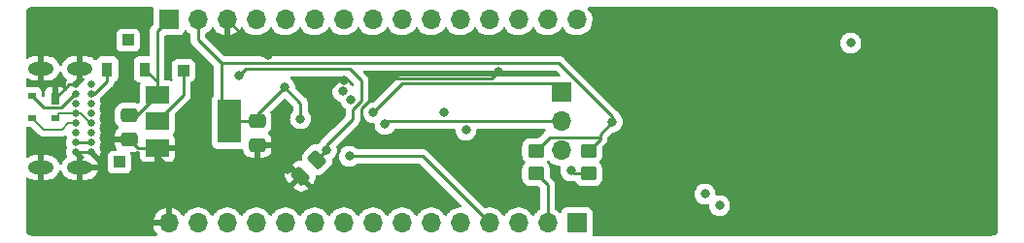
<source format=gbl>
G04 #@! TF.GenerationSoftware,KiCad,Pcbnew,6.0.8-f2edbf62ab~116~ubuntu22.04.1*
G04 #@! TF.CreationDate,2022-10-28T12:05:05+02:00*
G04 #@! TF.ProjectId,FLWSB-SAMDaaNo21,464c5753-422d-4534-914d-4461614e6f32,1.0*
G04 #@! TF.SameCoordinates,Original*
G04 #@! TF.FileFunction,Copper,L4,Bot*
G04 #@! TF.FilePolarity,Positive*
%FSLAX46Y46*%
G04 Gerber Fmt 4.6, Leading zero omitted, Abs format (unit mm)*
G04 Created by KiCad (PCBNEW 6.0.8-f2edbf62ab~116~ubuntu22.04.1) date 2022-10-28 12:05:05*
%MOMM*%
%LPD*%
G01*
G04 APERTURE LIST*
G04 Aperture macros list*
%AMRoundRect*
0 Rectangle with rounded corners*
0 $1 Rounding radius*
0 $2 $3 $4 $5 $6 $7 $8 $9 X,Y pos of 4 corners*
0 Add a 4 corners polygon primitive as box body*
4,1,4,$2,$3,$4,$5,$6,$7,$8,$9,$2,$3,0*
0 Add four circle primitives for the rounded corners*
1,1,$1+$1,$2,$3*
1,1,$1+$1,$4,$5*
1,1,$1+$1,$6,$7*
1,1,$1+$1,$8,$9*
0 Add four rect primitives between the rounded corners*
20,1,$1+$1,$2,$3,$4,$5,0*
20,1,$1+$1,$4,$5,$6,$7,0*
20,1,$1+$1,$6,$7,$8,$9,0*
20,1,$1+$1,$8,$9,$2,$3,0*%
G04 Aperture macros list end*
G04 #@! TA.AperFunction,ComponentPad*
%ADD10R,1.700000X1.700000*%
G04 #@! TD*
G04 #@! TA.AperFunction,ComponentPad*
%ADD11O,1.700000X1.700000*%
G04 #@! TD*
G04 #@! TA.AperFunction,ComponentPad*
%ADD12R,1.000000X1.000000*%
G04 #@! TD*
G04 #@! TA.AperFunction,ComponentPad*
%ADD13C,0.650000*%
G04 #@! TD*
G04 #@! TA.AperFunction,ComponentPad*
%ADD14O,2.216000X1.108000*%
G04 #@! TD*
G04 #@! TA.AperFunction,SMDPad,CuDef*
%ADD15R,0.914400X1.219200*%
G04 #@! TD*
G04 #@! TA.AperFunction,SMDPad,CuDef*
%ADD16RoundRect,0.250000X-0.450000X0.350000X-0.450000X-0.350000X0.450000X-0.350000X0.450000X0.350000X0*%
G04 #@! TD*
G04 #@! TA.AperFunction,SMDPad,CuDef*
%ADD17RoundRect,0.250000X-0.475000X0.337500X-0.475000X-0.337500X0.475000X-0.337500X0.475000X0.337500X0*%
G04 #@! TD*
G04 #@! TA.AperFunction,SMDPad,CuDef*
%ADD18R,0.700000X1.000000*%
G04 #@! TD*
G04 #@! TA.AperFunction,SMDPad,CuDef*
%ADD19R,0.700000X0.600000*%
G04 #@! TD*
G04 #@! TA.AperFunction,SMDPad,CuDef*
%ADD20RoundRect,0.250000X0.097227X-0.574524X0.574524X-0.097227X-0.097227X0.574524X-0.574524X0.097227X0*%
G04 #@! TD*
G04 #@! TA.AperFunction,SMDPad,CuDef*
%ADD21R,2.000000X1.500000*%
G04 #@! TD*
G04 #@! TA.AperFunction,SMDPad,CuDef*
%ADD22R,2.000000X3.800000*%
G04 #@! TD*
G04 #@! TA.AperFunction,ViaPad*
%ADD23C,0.800000*%
G04 #@! TD*
G04 #@! TA.AperFunction,Conductor*
%ADD24C,0.250000*%
G04 #@! TD*
G04 #@! TA.AperFunction,Conductor*
%ADD25C,0.200000*%
G04 #@! TD*
G04 APERTURE END LIST*
D10*
X132080000Y-87630000D03*
D11*
X129540000Y-87630000D03*
X127000000Y-87630000D03*
X124460000Y-87630000D03*
X121920000Y-87630000D03*
X119380000Y-87630000D03*
X116840000Y-87630000D03*
X114300000Y-87630000D03*
X111760000Y-87630000D03*
X109220000Y-87630000D03*
X106680000Y-87630000D03*
X104140000Y-87630000D03*
X101600000Y-87630000D03*
X99060000Y-87630000D03*
X96520000Y-87630000D03*
D12*
X92202000Y-82296000D03*
D10*
X96520000Y-69850000D03*
D11*
X99060000Y-69850000D03*
X101600000Y-69850000D03*
X104140000Y-69850000D03*
X106680000Y-69850000D03*
X109220000Y-69850000D03*
X111760000Y-69850000D03*
X114300000Y-69850000D03*
X116840000Y-69850000D03*
X119380000Y-69850000D03*
X121920000Y-69850000D03*
X124460000Y-69850000D03*
X127000000Y-69850000D03*
X129540000Y-69850000D03*
X132080000Y-69850000D03*
D12*
X92964000Y-71628000D03*
X97790000Y-74295000D03*
D10*
X130725015Y-76200000D03*
D11*
X130725015Y-78740000D03*
X130725015Y-81280000D03*
D13*
X89750917Y-75471000D03*
X89750917Y-76321000D03*
X89750917Y-77171000D03*
X89750917Y-78021000D03*
X89750917Y-78871000D03*
X89750917Y-79721000D03*
X89750917Y-80571000D03*
X89750917Y-81421000D03*
X88400917Y-81421000D03*
X88400917Y-80571000D03*
X88400917Y-79721000D03*
X88400917Y-78871000D03*
X88400917Y-78021000D03*
X88400917Y-77171000D03*
X88400917Y-76321000D03*
X88400917Y-75471000D03*
D14*
X88770917Y-74121000D03*
X88770917Y-82771000D03*
X85390917Y-82771000D03*
X85390917Y-74121000D03*
D15*
X94437540Y-74175725D03*
X91160940Y-74175725D03*
D16*
X128524000Y-81296000D03*
X128524000Y-83296000D03*
X133096000Y-81296000D03*
X133096000Y-83296000D03*
D17*
X93066000Y-78210500D03*
X93066000Y-80285500D03*
D18*
X86598000Y-76720000D03*
D19*
X86598000Y-78420000D03*
X84598000Y-78420000D03*
X84598000Y-76520000D03*
D20*
X107978377Y-83537623D03*
X109445623Y-82070377D03*
D21*
X95504000Y-81040000D03*
X95504000Y-78740000D03*
D22*
X101804000Y-78740000D03*
D21*
X95504000Y-76440000D03*
D17*
X104242000Y-78718500D03*
X104242000Y-80793500D03*
D23*
X113512152Y-79276413D03*
X126492000Y-82169000D03*
X97536000Y-80772000D03*
X110236000Y-77216000D03*
X109100320Y-79808143D03*
X111765373Y-75122979D03*
X96520000Y-82804000D03*
X134874000Y-69850000D03*
X106834093Y-82958093D03*
X105156000Y-72935500D03*
X122931700Y-83316300D03*
X160274000Y-78740000D03*
X134620000Y-87630000D03*
X125222000Y-74422000D03*
X106612940Y-75759060D03*
X135189916Y-78773524D03*
X107994420Y-78509246D03*
X110270070Y-81245930D03*
X102671299Y-74731299D03*
X112388456Y-76821360D03*
X111677700Y-76118629D03*
X114357515Y-77978052D03*
X115368705Y-78989241D03*
X120523000Y-77940500D03*
X122428000Y-79502000D03*
X131572000Y-83058000D03*
X144526000Y-86106000D03*
X143256000Y-85090000D03*
X112268000Y-81788000D03*
X155956000Y-71882000D03*
D24*
X93733500Y-78210500D02*
X95504000Y-76440000D01*
X95504000Y-75242185D02*
X94437540Y-74175725D01*
X95504000Y-76440000D02*
X95504000Y-75242185D01*
X95504000Y-70866000D02*
X96520000Y-69850000D01*
X93066000Y-78210500D02*
X93733500Y-78210500D01*
X95504000Y-76440000D02*
X95504000Y-70866000D01*
X125222000Y-74422000D02*
X124676500Y-74967500D01*
X124079000Y-82169000D02*
X122931700Y-83316300D01*
X113284000Y-77587517D02*
X113284000Y-79048261D01*
X111765373Y-75122979D02*
X111313021Y-75122979D01*
X111313021Y-75122979D02*
X110236000Y-76200000D01*
X95504000Y-81040000D02*
X95504000Y-81788000D01*
X109100320Y-79808143D02*
X109100320Y-78351680D01*
X105156000Y-72935500D02*
X104685500Y-72935500D01*
X110236000Y-76200000D02*
X110236000Y-77216000D01*
X124676500Y-74967500D02*
X115904017Y-74967500D01*
X88400917Y-81421000D02*
X89750917Y-81421000D01*
X87847000Y-75471000D02*
X86598000Y-76720000D01*
X109100320Y-78351680D02*
X110236000Y-77216000D01*
X115904017Y-74967500D02*
X113284000Y-77587517D01*
X107398847Y-82958093D02*
X107978377Y-83537623D01*
X93066000Y-80285500D02*
X93820500Y-81040000D01*
X126492000Y-82169000D02*
X124079000Y-82169000D01*
X106834093Y-82958093D02*
X107398847Y-82958093D01*
X104685500Y-72935500D02*
X101600000Y-69850000D01*
X93820500Y-81040000D02*
X95504000Y-81040000D01*
X95504000Y-81788000D02*
X96520000Y-82804000D01*
X88400917Y-75471000D02*
X87847000Y-75471000D01*
X113284000Y-79048261D02*
X113512152Y-79276413D01*
X107994420Y-77140540D02*
X106612940Y-75759060D01*
X99060000Y-71628000D02*
X99060000Y-69850000D01*
X134112000Y-79851440D02*
X135189916Y-78773524D01*
X101092000Y-73660000D02*
X99060000Y-71628000D01*
X130535015Y-73660000D02*
X101092000Y-73660000D01*
X128524000Y-81296000D02*
X129715000Y-80105000D01*
X101092000Y-78028000D02*
X101092000Y-73660000D01*
X104242000Y-78718500D02*
X101825500Y-78718500D01*
X135189916Y-78773524D02*
X135189916Y-78314901D01*
X135189916Y-78314901D02*
X130535015Y-73660000D01*
X134112000Y-80105000D02*
X134112000Y-80280000D01*
X134112000Y-80280000D02*
X134112000Y-79851440D01*
X133445000Y-80947000D02*
X134112000Y-80280000D01*
X133096000Y-81296000D02*
X132747000Y-80947000D01*
X107994420Y-78509246D02*
X107994420Y-77140540D01*
X106612940Y-75759060D02*
X104242000Y-78130000D01*
X134112000Y-80280000D02*
X133096000Y-81296000D01*
X97790000Y-74295000D02*
X97790000Y-76454000D01*
X101825500Y-78718500D02*
X101804000Y-78740000D01*
X104242000Y-78130000D02*
X104242000Y-78718500D01*
X132747000Y-80947000D02*
X133445000Y-80947000D01*
X101804000Y-78740000D02*
X101092000Y-78028000D01*
X129715000Y-80105000D02*
X134112000Y-80105000D01*
X97790000Y-76454000D02*
X95504000Y-78740000D01*
X110270070Y-81245930D02*
X110270070Y-80857215D01*
X113284000Y-75184000D02*
X112268000Y-74168000D01*
X112559000Y-77676121D02*
X113284000Y-76951121D01*
X113284000Y-76951121D02*
X113284000Y-75184000D01*
X103234598Y-74168000D02*
X102671299Y-74731299D01*
X112559000Y-78568285D02*
X112559000Y-77676121D01*
X112268000Y-74168000D02*
X103234598Y-74168000D01*
X110270070Y-81245930D02*
X109445623Y-82070377D01*
X110270070Y-80857215D02*
X112559000Y-78568285D01*
X91160940Y-75209060D02*
X90049000Y-76321000D01*
X87107678Y-77545000D02*
X88331678Y-76321000D01*
X91160940Y-74175725D02*
X91160940Y-75209060D01*
X84598000Y-76520000D02*
X85623000Y-77545000D01*
X90049000Y-76321000D02*
X89750917Y-76321000D01*
X88331678Y-76321000D02*
X88400917Y-76321000D01*
X88400917Y-80571000D02*
X89750917Y-80571000D01*
X85623000Y-77545000D02*
X87107678Y-77545000D01*
D25*
X88400917Y-78021000D02*
X88860536Y-78021000D01*
X89710536Y-78871000D02*
X89750917Y-78871000D01*
X86598000Y-78420000D02*
X86997000Y-78021000D01*
X86997000Y-78021000D02*
X88400917Y-78021000D01*
X88860536Y-78021000D02*
X89710536Y-78871000D01*
X84598000Y-78420000D02*
X85606016Y-79428016D01*
X87195984Y-79428016D02*
X87753000Y-78871000D01*
X87753000Y-78871000D02*
X88400917Y-78871000D01*
X85606016Y-79428016D02*
X87195984Y-79428016D01*
D24*
X129963015Y-75438000D02*
X130725015Y-76200000D01*
X116897567Y-75438000D02*
X129963015Y-75438000D01*
X114357515Y-77978052D02*
X116897567Y-75438000D01*
X115617946Y-78740000D02*
X130725015Y-78740000D01*
X115368705Y-78989241D02*
X115617946Y-78740000D01*
X131810000Y-83296000D02*
X131572000Y-83058000D01*
X133096000Y-83296000D02*
X131810000Y-83296000D01*
X129540000Y-84312000D02*
X129540000Y-87630000D01*
X128524000Y-83296000D02*
X129540000Y-84312000D01*
X112268000Y-81788000D02*
X118618000Y-81788000D01*
X118618000Y-81788000D02*
X124460000Y-87630000D01*
G04 #@! TA.AperFunction,Conductor*
G36*
X95119836Y-68735609D02*
G01*
X95166329Y-68789265D01*
X95176433Y-68859539D01*
X95172592Y-68874537D01*
X95172856Y-68874600D01*
X95171029Y-68882284D01*
X95168255Y-68889684D01*
X95161500Y-68951866D01*
X95161500Y-70260405D01*
X95141498Y-70328526D01*
X95124595Y-70349500D01*
X95111747Y-70362348D01*
X95103461Y-70369888D01*
X95096982Y-70374000D01*
X95091557Y-70379777D01*
X95050357Y-70423651D01*
X95047602Y-70426493D01*
X95027865Y-70446230D01*
X95025385Y-70449427D01*
X95017682Y-70458447D01*
X94987414Y-70490679D01*
X94983596Y-70497624D01*
X94983595Y-70497625D01*
X94977652Y-70508434D01*
X94966801Y-70524953D01*
X94954386Y-70540959D01*
X94951241Y-70548228D01*
X94951238Y-70548232D01*
X94936826Y-70581537D01*
X94931609Y-70592187D01*
X94910305Y-70630940D01*
X94908334Y-70638615D01*
X94908334Y-70638616D01*
X94905267Y-70650562D01*
X94898863Y-70669266D01*
X94890819Y-70687855D01*
X94889580Y-70695678D01*
X94889577Y-70695688D01*
X94883901Y-70731524D01*
X94881495Y-70743144D01*
X94873928Y-70772618D01*
X94870500Y-70785970D01*
X94870500Y-70806224D01*
X94868949Y-70825934D01*
X94865780Y-70845943D01*
X94868443Y-70874109D01*
X94869941Y-70889961D01*
X94870500Y-70901819D01*
X94870500Y-72931625D01*
X94850498Y-72999746D01*
X94796842Y-73046239D01*
X94744500Y-73057625D01*
X93932206Y-73057625D01*
X93870024Y-73064380D01*
X93733635Y-73115510D01*
X93617079Y-73202864D01*
X93529725Y-73319420D01*
X93478595Y-73455809D01*
X93471840Y-73517991D01*
X93471840Y-74833459D01*
X93478595Y-74895641D01*
X93529725Y-75032030D01*
X93617079Y-75148586D01*
X93733635Y-75235940D01*
X93870024Y-75287070D01*
X93908095Y-75291206D01*
X93928825Y-75293458D01*
X93928830Y-75293458D01*
X93932206Y-75293825D01*
X93934695Y-75293825D01*
X94001470Y-75317426D01*
X94044991Y-75373520D01*
X94051276Y-75444237D01*
X94045696Y-75463807D01*
X94002255Y-75579684D01*
X93995500Y-75641866D01*
X93995500Y-77000405D01*
X93975498Y-77068526D01*
X93958595Y-77089500D01*
X93921318Y-77126777D01*
X93859006Y-77160803D01*
X93792556Y-77157275D01*
X93702389Y-77127368D01*
X93702387Y-77127368D01*
X93695861Y-77125203D01*
X93689025Y-77124503D01*
X93689022Y-77124502D01*
X93645969Y-77120091D01*
X93591400Y-77114500D01*
X92540600Y-77114500D01*
X92537354Y-77114837D01*
X92537350Y-77114837D01*
X92441692Y-77124762D01*
X92441688Y-77124763D01*
X92434834Y-77125474D01*
X92428298Y-77127655D01*
X92428296Y-77127655D01*
X92371221Y-77146697D01*
X92267054Y-77181450D01*
X92116652Y-77274522D01*
X91991695Y-77399697D01*
X91987855Y-77405927D01*
X91987854Y-77405928D01*
X91919018Y-77517601D01*
X91898885Y-77550262D01*
X91880863Y-77604598D01*
X91847231Y-77705996D01*
X91843203Y-77718139D01*
X91842503Y-77724975D01*
X91842502Y-77724978D01*
X91840523Y-77744294D01*
X91832500Y-77822600D01*
X91832500Y-78598400D01*
X91832837Y-78601646D01*
X91832837Y-78601650D01*
X91842720Y-78696896D01*
X91843474Y-78704166D01*
X91845655Y-78710702D01*
X91845655Y-78710704D01*
X91880275Y-78814473D01*
X91899450Y-78871946D01*
X91992522Y-79022348D01*
X92117697Y-79147305D01*
X92122235Y-79150102D01*
X92162824Y-79207353D01*
X92166054Y-79278276D01*
X92130428Y-79339687D01*
X92121932Y-79347062D01*
X92111793Y-79355098D01*
X91997261Y-79469829D01*
X91988249Y-79481240D01*
X91903184Y-79619243D01*
X91897037Y-79632424D01*
X91845862Y-79786710D01*
X91842995Y-79800086D01*
X91833328Y-79894438D01*
X91833000Y-79900855D01*
X91833000Y-80013385D01*
X91837475Y-80028624D01*
X91838865Y-80029829D01*
X91846548Y-80031500D01*
X93194000Y-80031500D01*
X93262121Y-80051502D01*
X93308614Y-80105158D01*
X93320000Y-80157500D01*
X93320000Y-80413500D01*
X93299998Y-80481621D01*
X93246342Y-80528114D01*
X93194000Y-80539500D01*
X91851116Y-80539500D01*
X91835877Y-80543975D01*
X91834672Y-80545365D01*
X91833001Y-80553048D01*
X91833001Y-80670095D01*
X91833338Y-80676614D01*
X91843257Y-80772206D01*
X91846149Y-80785600D01*
X91897588Y-80939784D01*
X91903760Y-80952958D01*
X91991780Y-81095196D01*
X92010618Y-81163648D01*
X91989457Y-81231418D01*
X91935016Y-81276989D01*
X91884636Y-81287500D01*
X91653866Y-81287500D01*
X91591684Y-81294255D01*
X91455295Y-81345385D01*
X91338739Y-81432739D01*
X91251385Y-81549295D01*
X91200255Y-81685684D01*
X91193500Y-81747866D01*
X91193500Y-82844134D01*
X91200255Y-82906316D01*
X91251385Y-83042705D01*
X91338739Y-83159261D01*
X91455295Y-83246615D01*
X91591684Y-83297745D01*
X91653866Y-83304500D01*
X92750134Y-83304500D01*
X92812316Y-83297745D01*
X92948705Y-83246615D01*
X93065261Y-83159261D01*
X93152615Y-83042705D01*
X93203745Y-82906316D01*
X93210500Y-82844134D01*
X93210500Y-81747866D01*
X93203745Y-81685684D01*
X93153340Y-81551229D01*
X93148157Y-81480423D01*
X93182078Y-81418054D01*
X93244333Y-81383924D01*
X93271322Y-81381000D01*
X93588095Y-81380999D01*
X93594614Y-81380662D01*
X93690206Y-81370743D01*
X93703603Y-81367850D01*
X93830126Y-81325640D01*
X93901075Y-81323056D01*
X93962159Y-81359240D01*
X93993983Y-81422704D01*
X93996001Y-81445164D01*
X93996001Y-81834669D01*
X93996371Y-81841490D01*
X94001895Y-81892352D01*
X94005521Y-81907604D01*
X94050676Y-82028054D01*
X94059214Y-82043649D01*
X94135715Y-82145724D01*
X94148276Y-82158285D01*
X94250351Y-82234786D01*
X94265946Y-82243324D01*
X94386394Y-82288478D01*
X94401649Y-82292105D01*
X94452514Y-82297631D01*
X94459328Y-82298000D01*
X95231885Y-82298000D01*
X95247124Y-82293525D01*
X95248329Y-82292135D01*
X95250000Y-82284452D01*
X95250000Y-82279884D01*
X95758000Y-82279884D01*
X95762475Y-82295123D01*
X95763865Y-82296328D01*
X95771548Y-82297999D01*
X96548669Y-82297999D01*
X96555490Y-82297629D01*
X96606352Y-82292105D01*
X96621604Y-82288479D01*
X96742054Y-82243324D01*
X96757649Y-82234786D01*
X96859724Y-82158285D01*
X96872285Y-82145724D01*
X96948786Y-82043649D01*
X96957324Y-82028054D01*
X97002478Y-81907606D01*
X97006105Y-81892351D01*
X97011631Y-81841486D01*
X97012000Y-81834672D01*
X97012000Y-81312115D01*
X97007525Y-81296876D01*
X97006135Y-81295671D01*
X96998452Y-81294000D01*
X95776115Y-81294000D01*
X95760876Y-81298475D01*
X95759671Y-81299865D01*
X95758000Y-81307548D01*
X95758000Y-82279884D01*
X95250000Y-82279884D01*
X95250000Y-80912000D01*
X95270002Y-80843879D01*
X95323658Y-80797386D01*
X95376000Y-80786000D01*
X96993884Y-80786000D01*
X97009123Y-80781525D01*
X97010328Y-80780135D01*
X97011999Y-80772452D01*
X97011999Y-80245331D01*
X97011629Y-80238510D01*
X97006105Y-80187648D01*
X97002479Y-80172396D01*
X96957324Y-80051946D01*
X96948786Y-80036352D01*
X96896047Y-79965982D01*
X96871199Y-79899476D01*
X96886252Y-79830093D01*
X96896047Y-79814852D01*
X96904535Y-79803526D01*
X96954615Y-79736705D01*
X97005745Y-79600316D01*
X97012500Y-79538134D01*
X97012500Y-78179594D01*
X97032502Y-78111473D01*
X97049405Y-78090499D01*
X98182247Y-76957657D01*
X98190537Y-76950113D01*
X98197018Y-76946000D01*
X98243659Y-76896332D01*
X98246413Y-76893491D01*
X98266134Y-76873770D01*
X98268612Y-76870575D01*
X98276318Y-76861553D01*
X98294124Y-76842592D01*
X98306586Y-76829321D01*
X98316346Y-76811568D01*
X98327199Y-76795045D01*
X98332300Y-76788469D01*
X98339613Y-76779041D01*
X98357176Y-76738457D01*
X98362383Y-76727827D01*
X98383695Y-76689060D01*
X98385666Y-76681383D01*
X98385668Y-76681378D01*
X98388732Y-76669442D01*
X98395138Y-76650730D01*
X98400033Y-76639419D01*
X98403181Y-76632145D01*
X98404421Y-76624317D01*
X98404423Y-76624310D01*
X98410099Y-76588476D01*
X98412505Y-76576856D01*
X98421528Y-76541711D01*
X98421528Y-76541710D01*
X98423500Y-76534030D01*
X98423500Y-76513776D01*
X98425051Y-76494065D01*
X98426980Y-76481886D01*
X98428220Y-76474057D01*
X98424059Y-76430038D01*
X98423500Y-76418181D01*
X98423500Y-75375382D01*
X98443502Y-75307261D01*
X98497158Y-75260768D01*
X98505269Y-75257401D01*
X98528293Y-75248769D01*
X98528296Y-75248768D01*
X98536705Y-75245615D01*
X98653261Y-75158261D01*
X98740615Y-75041705D01*
X98791745Y-74905316D01*
X98798500Y-74843134D01*
X98798500Y-73746866D01*
X98791745Y-73684684D01*
X98740615Y-73548295D01*
X98653261Y-73431739D01*
X98536705Y-73344385D01*
X98400316Y-73293255D01*
X98338134Y-73286500D01*
X97241866Y-73286500D01*
X97179684Y-73293255D01*
X97043295Y-73344385D01*
X96926739Y-73431739D01*
X96839385Y-73548295D01*
X96788255Y-73684684D01*
X96781500Y-73746866D01*
X96781500Y-74843134D01*
X96788255Y-74905316D01*
X96837866Y-75037653D01*
X96839385Y-75041705D01*
X96838800Y-75041924D01*
X96852536Y-75104724D01*
X96827801Y-75171272D01*
X96771014Y-75213883D01*
X96700204Y-75219029D01*
X96682617Y-75213860D01*
X96614316Y-75188255D01*
X96552134Y-75181500D01*
X96263500Y-75181500D01*
X96195379Y-75161498D01*
X96148886Y-75107842D01*
X96137500Y-75055500D01*
X96137500Y-71334500D01*
X96157502Y-71266379D01*
X96211158Y-71219886D01*
X96263500Y-71208500D01*
X97418134Y-71208500D01*
X97422323Y-71208045D01*
X97424440Y-71207815D01*
X97480316Y-71201745D01*
X97616705Y-71150615D01*
X97733261Y-71063261D01*
X97820615Y-70946705D01*
X97837442Y-70901819D01*
X97864598Y-70829382D01*
X97907240Y-70772618D01*
X97973802Y-70747918D01*
X98043150Y-70763126D01*
X98077817Y-70791114D01*
X98106250Y-70823938D01*
X98278126Y-70966632D01*
X98364070Y-71016853D01*
X98412794Y-71068491D01*
X98426500Y-71125641D01*
X98426500Y-71549233D01*
X98425973Y-71560416D01*
X98424298Y-71567909D01*
X98424547Y-71575835D01*
X98424547Y-71575836D01*
X98426438Y-71635986D01*
X98426500Y-71639945D01*
X98426500Y-71667856D01*
X98426997Y-71671790D01*
X98426997Y-71671791D01*
X98427005Y-71671856D01*
X98427938Y-71683693D01*
X98429327Y-71727889D01*
X98434978Y-71747339D01*
X98438987Y-71766700D01*
X98441526Y-71786797D01*
X98444445Y-71794168D01*
X98444445Y-71794170D01*
X98457804Y-71827912D01*
X98461649Y-71839142D01*
X98473982Y-71881593D01*
X98478015Y-71888412D01*
X98478017Y-71888417D01*
X98484293Y-71899028D01*
X98492988Y-71916776D01*
X98500448Y-71935617D01*
X98505110Y-71942033D01*
X98505110Y-71942034D01*
X98526436Y-71971387D01*
X98532952Y-71981307D01*
X98555458Y-72019362D01*
X98569779Y-72033683D01*
X98582619Y-72048716D01*
X98594528Y-72065107D01*
X98610362Y-72078206D01*
X98628605Y-72093298D01*
X98637384Y-72101288D01*
X100421595Y-73885500D01*
X100455621Y-73947812D01*
X100458500Y-73974595D01*
X100458500Y-76411065D01*
X100438498Y-76479186D01*
X100433326Y-76486630D01*
X100353385Y-76593295D01*
X100302255Y-76729684D01*
X100295500Y-76791866D01*
X100295500Y-80688134D01*
X100302255Y-80750316D01*
X100353385Y-80886705D01*
X100440739Y-81003261D01*
X100557295Y-81090615D01*
X100693684Y-81141745D01*
X100755866Y-81148500D01*
X102852134Y-81148500D01*
X102855529Y-81148131D01*
X102855533Y-81148131D01*
X102878013Y-81145689D01*
X102947896Y-81158218D01*
X102999911Y-81206539D01*
X103016947Y-81257947D01*
X103019257Y-81280207D01*
X103022149Y-81293600D01*
X103073588Y-81447784D01*
X103079761Y-81460962D01*
X103165063Y-81598807D01*
X103174099Y-81610208D01*
X103288829Y-81724739D01*
X103300240Y-81733751D01*
X103438243Y-81818816D01*
X103451424Y-81824963D01*
X103605710Y-81876138D01*
X103619086Y-81879005D01*
X103713438Y-81888672D01*
X103719854Y-81889000D01*
X103969885Y-81889000D01*
X103985124Y-81884525D01*
X103986329Y-81883135D01*
X103988000Y-81875452D01*
X103988000Y-81870884D01*
X104496000Y-81870884D01*
X104500475Y-81886123D01*
X104501865Y-81887328D01*
X104509548Y-81888999D01*
X104764095Y-81888999D01*
X104770614Y-81888662D01*
X104866206Y-81878743D01*
X104879600Y-81875851D01*
X105033784Y-81824412D01*
X105046962Y-81818239D01*
X105184807Y-81732937D01*
X105196208Y-81723901D01*
X105310739Y-81609171D01*
X105319751Y-81597760D01*
X105404816Y-81459757D01*
X105410963Y-81446576D01*
X105462138Y-81292290D01*
X105465005Y-81278914D01*
X105474672Y-81184562D01*
X105475000Y-81178146D01*
X105475000Y-81065615D01*
X105470525Y-81050376D01*
X105469135Y-81049171D01*
X105461452Y-81047500D01*
X104514115Y-81047500D01*
X104498876Y-81051975D01*
X104497671Y-81053365D01*
X104496000Y-81061048D01*
X104496000Y-81870884D01*
X103988000Y-81870884D01*
X103988000Y-80665500D01*
X104008002Y-80597379D01*
X104061658Y-80550886D01*
X104114000Y-80539500D01*
X105456884Y-80539500D01*
X105472123Y-80535025D01*
X105473328Y-80533635D01*
X105474999Y-80525952D01*
X105474999Y-80408905D01*
X105474662Y-80402386D01*
X105464743Y-80306794D01*
X105461851Y-80293400D01*
X105410412Y-80139216D01*
X105404239Y-80126038D01*
X105318937Y-79988193D01*
X105309901Y-79976792D01*
X105195172Y-79862262D01*
X105186238Y-79855206D01*
X105145177Y-79797288D01*
X105141947Y-79726365D01*
X105177574Y-79664954D01*
X105185407Y-79658154D01*
X105191348Y-79654478D01*
X105316305Y-79529303D01*
X105322667Y-79518982D01*
X105405275Y-79384968D01*
X105405276Y-79384966D01*
X105409115Y-79378738D01*
X105452992Y-79246452D01*
X105462632Y-79217389D01*
X105462632Y-79217387D01*
X105464797Y-79210861D01*
X105475500Y-79106400D01*
X105475500Y-78330600D01*
X105475163Y-78327350D01*
X105465238Y-78231692D01*
X105465237Y-78231688D01*
X105464526Y-78224834D01*
X105450643Y-78183220D01*
X105410868Y-78064002D01*
X105408550Y-78057054D01*
X105385478Y-78019771D01*
X105366642Y-77951321D01*
X105387804Y-77883551D01*
X105403529Y-77864375D01*
X106523844Y-76744060D01*
X106586156Y-76710034D01*
X106656971Y-76715099D01*
X106702034Y-76744060D01*
X107324015Y-77366041D01*
X107358041Y-77428353D01*
X107360920Y-77455136D01*
X107360920Y-77806722D01*
X107340918Y-77874843D01*
X107328562Y-77891025D01*
X107255380Y-77972302D01*
X107227973Y-78019773D01*
X107165832Y-78127404D01*
X107159893Y-78137690D01*
X107100878Y-78319318D01*
X107100188Y-78325879D01*
X107100188Y-78325881D01*
X107087563Y-78446000D01*
X107080916Y-78509246D01*
X107081606Y-78515811D01*
X107095921Y-78652007D01*
X107100878Y-78699174D01*
X107159893Y-78880802D01*
X107255380Y-79046190D01*
X107259798Y-79051097D01*
X107259799Y-79051098D01*
X107344421Y-79145080D01*
X107383167Y-79188112D01*
X107453631Y-79239307D01*
X107517627Y-79285803D01*
X107537668Y-79300364D01*
X107543696Y-79303048D01*
X107543698Y-79303049D01*
X107698096Y-79371791D01*
X107712132Y-79378040D01*
X107784875Y-79393502D01*
X107892476Y-79416374D01*
X107892481Y-79416374D01*
X107898933Y-79417746D01*
X108089907Y-79417746D01*
X108096359Y-79416374D01*
X108096364Y-79416374D01*
X108203965Y-79393502D01*
X108276708Y-79378040D01*
X108290744Y-79371791D01*
X108445142Y-79303049D01*
X108445144Y-79303048D01*
X108451172Y-79300364D01*
X108471214Y-79285803D01*
X108535209Y-79239307D01*
X108605673Y-79188112D01*
X108644419Y-79145080D01*
X108729041Y-79051098D01*
X108729042Y-79051097D01*
X108733460Y-79046190D01*
X108828947Y-78880802D01*
X108887962Y-78699174D01*
X108892920Y-78652007D01*
X108907234Y-78515811D01*
X108907924Y-78509246D01*
X108901277Y-78446000D01*
X108888652Y-78325881D01*
X108888652Y-78325879D01*
X108887962Y-78319318D01*
X108828947Y-78137690D01*
X108823009Y-78127404D01*
X108760867Y-78019773D01*
X108733460Y-77972302D01*
X108660283Y-77891031D01*
X108629567Y-77827025D01*
X108627920Y-77806722D01*
X108627920Y-77219308D01*
X108628447Y-77208125D01*
X108630122Y-77200632D01*
X108629692Y-77186934D01*
X108627982Y-77132542D01*
X108627920Y-77128584D01*
X108627920Y-77100684D01*
X108627416Y-77096693D01*
X108626483Y-77084851D01*
X108626155Y-77074391D01*
X108625094Y-77040651D01*
X108622882Y-77033037D01*
X108622881Y-77033032D01*
X108619443Y-77021199D01*
X108615432Y-77001835D01*
X108613887Y-76989604D01*
X108612894Y-76981743D01*
X108609977Y-76974376D01*
X108609976Y-76974371D01*
X108596618Y-76940632D01*
X108592774Y-76929405D01*
X108587062Y-76909747D01*
X108580438Y-76886947D01*
X108570127Y-76869512D01*
X108561432Y-76851764D01*
X108553972Y-76832923D01*
X108546307Y-76822372D01*
X108527984Y-76797153D01*
X108521468Y-76787233D01*
X108503000Y-76756005D01*
X108502998Y-76756002D01*
X108498962Y-76749178D01*
X108484641Y-76734857D01*
X108471800Y-76719823D01*
X108464551Y-76709846D01*
X108459892Y-76703433D01*
X108425815Y-76675242D01*
X108417036Y-76667252D01*
X107560062Y-75810278D01*
X107526036Y-75747966D01*
X107523847Y-75734353D01*
X107522499Y-75721522D01*
X107509221Y-75595192D01*
X107507172Y-75575695D01*
X107507172Y-75575693D01*
X107506482Y-75569132D01*
X107447467Y-75387504D01*
X107440469Y-75375382D01*
X107391507Y-75290578D01*
X107351980Y-75222116D01*
X107337259Y-75205766D01*
X107228615Y-75085105D01*
X107228614Y-75085104D01*
X107224193Y-75080194D01*
X107154331Y-75029436D01*
X107110977Y-74973213D01*
X107104902Y-74902477D01*
X107138034Y-74839686D01*
X107199854Y-74804774D01*
X107228392Y-74801500D01*
X111953405Y-74801500D01*
X112021526Y-74821502D01*
X112042501Y-74838405D01*
X112459314Y-75255219D01*
X112464049Y-75263890D01*
X112482817Y-75278722D01*
X112613596Y-75409501D01*
X112647621Y-75471813D01*
X112650500Y-75498596D01*
X112650500Y-75516815D01*
X112630498Y-75584936D01*
X112576842Y-75631429D01*
X112506568Y-75641533D01*
X112441988Y-75612039D01*
X112422564Y-75590876D01*
X112420041Y-75587403D01*
X112416740Y-75581685D01*
X112300088Y-75452129D01*
X112297083Y-75445868D01*
X112289810Y-75440714D01*
X112288953Y-75439763D01*
X112253560Y-75414048D01*
X112139794Y-75331392D01*
X112139793Y-75331391D01*
X112134452Y-75327511D01*
X112128424Y-75324827D01*
X112128422Y-75324826D01*
X111966019Y-75252520D01*
X111966018Y-75252520D01*
X111959988Y-75249835D01*
X111856209Y-75227776D01*
X111779644Y-75211501D01*
X111779639Y-75211501D01*
X111773187Y-75210129D01*
X111582213Y-75210129D01*
X111575761Y-75211501D01*
X111575756Y-75211501D01*
X111499191Y-75227776D01*
X111395412Y-75249835D01*
X111389382Y-75252520D01*
X111389381Y-75252520D01*
X111226978Y-75324826D01*
X111226976Y-75324827D01*
X111220948Y-75327511D01*
X111215607Y-75331391D01*
X111215606Y-75331392D01*
X111166797Y-75366854D01*
X111066447Y-75439763D01*
X111062026Y-75444673D01*
X111062025Y-75444674D01*
X110988052Y-75526830D01*
X110938660Y-75581685D01*
X110898414Y-75651393D01*
X110858210Y-75721029D01*
X110843173Y-75747073D01*
X110784158Y-75928701D01*
X110783468Y-75935262D01*
X110783468Y-75935264D01*
X110778754Y-75980118D01*
X110764196Y-76118629D01*
X110764886Y-76125194D01*
X110772486Y-76197500D01*
X110784158Y-76308557D01*
X110843173Y-76490185D01*
X110938660Y-76655573D01*
X110943078Y-76660480D01*
X110943079Y-76660481D01*
X111043280Y-76771765D01*
X111066447Y-76797495D01*
X111153822Y-76860977D01*
X111198574Y-76893491D01*
X111220948Y-76909747D01*
X111226976Y-76912431D01*
X111226978Y-76912432D01*
X111389381Y-76984738D01*
X111395412Y-76987423D01*
X111401867Y-76988795D01*
X111401876Y-76988798D01*
X111422812Y-76993248D01*
X111485285Y-77026976D01*
X111516446Y-77077557D01*
X111553929Y-77192916D01*
X111649416Y-77358304D01*
X111653834Y-77363211D01*
X111653835Y-77363212D01*
X111712488Y-77428353D01*
X111777203Y-77500226D01*
X111869526Y-77567303D01*
X111912878Y-77623525D01*
X111920904Y-77657379D01*
X111924941Y-77700081D01*
X111925500Y-77711940D01*
X111925500Y-78253691D01*
X111905498Y-78321812D01*
X111888595Y-78342786D01*
X110877455Y-79353925D01*
X109877817Y-80353563D01*
X109869531Y-80361103D01*
X109863052Y-80365215D01*
X109857627Y-80370992D01*
X109816427Y-80414866D01*
X109813672Y-80417708D01*
X109793935Y-80437445D01*
X109791455Y-80440642D01*
X109783752Y-80449662D01*
X109753484Y-80481894D01*
X109749665Y-80488840D01*
X109745005Y-80495254D01*
X109743524Y-80494178D01*
X109715694Y-80525740D01*
X109690789Y-80543835D01*
X109658817Y-80567064D01*
X109654396Y-80571974D01*
X109654395Y-80571975D01*
X109608216Y-80623262D01*
X109542200Y-80696581D01*
X109541852Y-80696967D01*
X109481406Y-80734207D01*
X109437412Y-80737543D01*
X109436169Y-80737250D01*
X109428846Y-80737256D01*
X109428843Y-80737256D01*
X109346882Y-80737328D01*
X109259299Y-80737404D01*
X109226241Y-80745249D01*
X109094328Y-80776553D01*
X109094327Y-80776553D01*
X109087207Y-80778243D01*
X109080668Y-80781525D01*
X109080667Y-80781525D01*
X109049063Y-80797386D01*
X108929127Y-80857577D01*
X108923794Y-80861919D01*
X108923792Y-80861920D01*
X108850188Y-80921843D01*
X108850182Y-80921849D01*
X108847694Y-80923874D01*
X108299120Y-81472448D01*
X108297066Y-81474978D01*
X108297062Y-81474982D01*
X108236438Y-81549642D01*
X108236436Y-81549646D01*
X108232092Y-81554995D01*
X108229014Y-81561156D01*
X108229011Y-81561160D01*
X108163044Y-81693183D01*
X108153035Y-81713215D01*
X108137979Y-81777156D01*
X108114672Y-81876138D01*
X108112496Y-81885377D01*
X108112502Y-81892693D01*
X108112502Y-81892696D01*
X108112563Y-81962857D01*
X108112650Y-82062247D01*
X108113881Y-82067433D01*
X108102099Y-82136615D01*
X108054234Y-82189050D01*
X107985618Y-82207283D01*
X107974397Y-82206490D01*
X107961547Y-82205003D01*
X107799429Y-82205144D01*
X107784993Y-82206840D01*
X107627255Y-82244273D01*
X107613591Y-82249246D01*
X107468305Y-82322158D01*
X107456822Y-82329587D01*
X107383272Y-82389467D01*
X107378498Y-82393777D01*
X107298928Y-82473348D01*
X107291318Y-82487284D01*
X107291449Y-82489121D01*
X107295701Y-82495737D01*
X109017032Y-84217068D01*
X109030976Y-84224682D01*
X109032809Y-84224551D01*
X109039424Y-84220300D01*
X109122196Y-84137528D01*
X109126545Y-84132705D01*
X109187144Y-84058075D01*
X109194566Y-84046564D01*
X109267220Y-83901163D01*
X109272170Y-83887489D01*
X109309325Y-83729690D01*
X109310997Y-83715245D01*
X109310856Y-83553130D01*
X109309529Y-83541832D01*
X109321446Y-83471842D01*
X109369310Y-83419407D01*
X109437925Y-83401172D01*
X109448281Y-83401904D01*
X109455077Y-83403504D01*
X109462393Y-83403498D01*
X109462396Y-83403498D01*
X109543703Y-83403427D01*
X109631947Y-83403350D01*
X109762001Y-83372487D01*
X109796918Y-83364201D01*
X109796919Y-83364201D01*
X109804039Y-83362511D01*
X109829236Y-83349866D01*
X109955970Y-83286263D01*
X109962119Y-83283177D01*
X109967454Y-83278834D01*
X110041058Y-83218911D01*
X110041064Y-83218905D01*
X110043552Y-83216880D01*
X110592126Y-82668306D01*
X110629683Y-82622054D01*
X110654808Y-82591112D01*
X110654810Y-82591108D01*
X110659154Y-82585759D01*
X110662232Y-82579598D01*
X110662235Y-82579594D01*
X110734942Y-82434082D01*
X110734943Y-82434080D01*
X110738211Y-82427539D01*
X110763025Y-82322158D01*
X110777073Y-82262500D01*
X110777073Y-82262498D01*
X110778750Y-82255377D01*
X110778742Y-82245305D01*
X110778661Y-82153271D01*
X110778596Y-82078507D01*
X110778264Y-82077108D01*
X110789777Y-82009503D01*
X110828937Y-81962857D01*
X110849669Y-81947794D01*
X110881323Y-81924796D01*
X110896803Y-81907604D01*
X111004691Y-81787782D01*
X111004692Y-81787781D01*
X111009110Y-81782874D01*
X111104597Y-81617486D01*
X111132114Y-81532798D01*
X111166471Y-81482553D01*
X111160174Y-81458598D01*
X111162476Y-81439356D01*
X111163612Y-81435858D01*
X111164506Y-81427358D01*
X111182884Y-81252495D01*
X111183574Y-81245930D01*
X111182049Y-81231418D01*
X111164302Y-81062565D01*
X111164302Y-81062563D01*
X111163612Y-81056002D01*
X111139301Y-80981181D01*
X111137273Y-80910214D01*
X111170039Y-80853150D01*
X112046398Y-79976792D01*
X112951253Y-79071937D01*
X112959539Y-79064397D01*
X112966018Y-79060285D01*
X113012644Y-79010633D01*
X113015398Y-79007792D01*
X113035135Y-78988055D01*
X113037615Y-78984858D01*
X113045320Y-78975836D01*
X113059994Y-78960210D01*
X113075586Y-78943606D01*
X113079405Y-78936660D01*
X113079407Y-78936657D01*
X113085348Y-78925851D01*
X113096199Y-78909332D01*
X113103758Y-78899586D01*
X113108614Y-78893326D01*
X113111759Y-78886057D01*
X113111762Y-78886053D01*
X113126174Y-78852748D01*
X113131391Y-78842098D01*
X113152695Y-78803345D01*
X113157733Y-78783722D01*
X113164137Y-78765019D01*
X113169033Y-78753705D01*
X113169033Y-78753704D01*
X113172181Y-78746430D01*
X113173420Y-78738607D01*
X113173423Y-78738597D01*
X113179099Y-78702761D01*
X113181505Y-78691141D01*
X113190528Y-78655996D01*
X113190528Y-78655995D01*
X113192500Y-78648315D01*
X113192500Y-78628061D01*
X113194051Y-78608350D01*
X113195980Y-78596171D01*
X113197220Y-78588342D01*
X113193059Y-78544323D01*
X113192500Y-78532466D01*
X113192500Y-77990716D01*
X113212502Y-77922595D01*
X113229405Y-77901621D01*
X113229606Y-77901420D01*
X113291918Y-77867394D01*
X113362733Y-77872459D01*
X113419569Y-77915006D01*
X113443119Y-77978146D01*
X113444011Y-77978052D01*
X113444382Y-77981582D01*
X113457453Y-78105941D01*
X113463973Y-78167980D01*
X113522988Y-78349608D01*
X113526291Y-78355330D01*
X113526292Y-78355331D01*
X113549914Y-78396245D01*
X113618475Y-78514996D01*
X113622893Y-78519903D01*
X113622894Y-78519904D01*
X113738516Y-78648315D01*
X113746262Y-78656918D01*
X113793366Y-78691141D01*
X113895050Y-78765019D01*
X113900763Y-78769170D01*
X113906791Y-78771854D01*
X113906793Y-78771855D01*
X114025578Y-78824741D01*
X114075227Y-78846846D01*
X114160625Y-78864998D01*
X114255571Y-78885180D01*
X114255576Y-78885180D01*
X114262028Y-78886552D01*
X114330957Y-78886552D01*
X114399078Y-78906554D01*
X114445571Y-78960210D01*
X114456267Y-78999381D01*
X114458026Y-79016120D01*
X114472182Y-79150803D01*
X114475163Y-79179169D01*
X114534178Y-79360797D01*
X114629665Y-79526185D01*
X114634083Y-79531092D01*
X114634084Y-79531093D01*
X114753030Y-79663196D01*
X114757452Y-79668107D01*
X114911953Y-79780359D01*
X114917981Y-79783043D01*
X114917983Y-79783044D01*
X115038365Y-79836641D01*
X115086417Y-79858035D01*
X115179818Y-79877888D01*
X115266761Y-79896369D01*
X115266766Y-79896369D01*
X115273218Y-79897741D01*
X115464192Y-79897741D01*
X115470644Y-79896369D01*
X115470649Y-79896369D01*
X115557592Y-79877888D01*
X115650993Y-79858035D01*
X115699045Y-79836641D01*
X115819427Y-79783044D01*
X115819429Y-79783043D01*
X115825457Y-79780359D01*
X115979958Y-79668107D01*
X115984380Y-79663196D01*
X116103326Y-79531093D01*
X116103327Y-79531092D01*
X116107745Y-79526185D01*
X116153186Y-79447479D01*
X116159525Y-79436500D01*
X116210908Y-79387507D01*
X116268644Y-79373500D01*
X121389186Y-79373500D01*
X121457307Y-79393502D01*
X121503800Y-79447158D01*
X121514898Y-79498176D01*
X121514496Y-79502000D01*
X121515186Y-79508565D01*
X121533720Y-79684903D01*
X121534458Y-79691928D01*
X121593473Y-79873556D01*
X121596776Y-79879278D01*
X121596777Y-79879279D01*
X121608438Y-79899476D01*
X121688960Y-80038944D01*
X121693378Y-80043851D01*
X121693379Y-80043852D01*
X121812325Y-80175955D01*
X121816747Y-80180866D01*
X121971248Y-80293118D01*
X121977276Y-80295802D01*
X121977278Y-80295803D01*
X122124954Y-80361552D01*
X122145712Y-80370794D01*
X122238270Y-80390468D01*
X122326056Y-80409128D01*
X122326061Y-80409128D01*
X122332513Y-80410500D01*
X122523487Y-80410500D01*
X122529939Y-80409128D01*
X122529944Y-80409128D01*
X122617730Y-80390468D01*
X122710288Y-80370794D01*
X122731046Y-80361552D01*
X122878722Y-80295803D01*
X122878724Y-80295802D01*
X122884752Y-80293118D01*
X123039253Y-80180866D01*
X123043675Y-80175955D01*
X123162621Y-80043852D01*
X123162622Y-80043851D01*
X123167040Y-80038944D01*
X123247562Y-79899476D01*
X123259223Y-79879279D01*
X123259224Y-79879278D01*
X123262527Y-79873556D01*
X123321542Y-79691928D01*
X123322281Y-79684903D01*
X123340814Y-79508565D01*
X123341504Y-79502000D01*
X123341129Y-79498429D01*
X123360816Y-79431379D01*
X123414472Y-79384886D01*
X123466814Y-79373500D01*
X129249835Y-79373500D01*
X129317956Y-79393502D01*
X129364449Y-79447158D01*
X129374553Y-79517432D01*
X129345059Y-79582012D01*
X129328823Y-79597391D01*
X129323637Y-79600458D01*
X129309313Y-79614782D01*
X129294281Y-79627621D01*
X129277893Y-79639528D01*
X129251038Y-79671990D01*
X129249712Y-79673593D01*
X129241722Y-79682373D01*
X128773500Y-80150595D01*
X128711188Y-80184621D01*
X128684405Y-80187500D01*
X128023600Y-80187500D01*
X128020354Y-80187837D01*
X128020350Y-80187837D01*
X127924692Y-80197762D01*
X127924688Y-80197763D01*
X127917834Y-80198474D01*
X127911298Y-80200655D01*
X127911296Y-80200655D01*
X127804171Y-80236395D01*
X127750054Y-80254450D01*
X127599652Y-80347522D01*
X127594479Y-80352704D01*
X127587387Y-80359808D01*
X127474695Y-80472697D01*
X127470855Y-80478927D01*
X127470854Y-80478928D01*
X127393117Y-80605041D01*
X127381885Y-80623262D01*
X127371252Y-80655321D01*
X127330758Y-80777407D01*
X127326203Y-80791139D01*
X127315500Y-80895600D01*
X127315500Y-81696400D01*
X127315837Y-81699646D01*
X127315837Y-81699650D01*
X127325536Y-81793122D01*
X127326474Y-81802166D01*
X127328655Y-81808702D01*
X127328655Y-81808704D01*
X127361651Y-81907604D01*
X127382450Y-81969946D01*
X127475522Y-82120348D01*
X127480704Y-82125521D01*
X127562109Y-82206784D01*
X127596188Y-82269066D01*
X127591185Y-82339886D01*
X127562264Y-82384975D01*
X127519774Y-82427539D01*
X127474695Y-82472697D01*
X127470855Y-82478927D01*
X127470854Y-82478928D01*
X127401703Y-82591112D01*
X127381885Y-82623262D01*
X127360929Y-82686444D01*
X127328976Y-82782780D01*
X127326203Y-82791139D01*
X127315500Y-82895600D01*
X127315500Y-83696400D01*
X127315837Y-83699646D01*
X127315837Y-83699650D01*
X127322037Y-83759400D01*
X127326474Y-83802166D01*
X127328655Y-83808702D01*
X127328655Y-83808704D01*
X127368053Y-83926794D01*
X127382450Y-83969946D01*
X127475522Y-84120348D01*
X127600697Y-84245305D01*
X127606927Y-84249145D01*
X127606928Y-84249146D01*
X127744090Y-84333694D01*
X127751262Y-84338115D01*
X127829798Y-84364164D01*
X127912611Y-84391632D01*
X127912613Y-84391632D01*
X127919139Y-84393797D01*
X127925975Y-84394497D01*
X127925978Y-84394498D01*
X127969031Y-84398909D01*
X128023600Y-84404500D01*
X128684405Y-84404500D01*
X128752526Y-84424502D01*
X128773500Y-84441405D01*
X128869595Y-84537500D01*
X128903621Y-84599812D01*
X128906500Y-84626595D01*
X128906500Y-86351692D01*
X128886498Y-86419813D01*
X128838683Y-86463453D01*
X128813607Y-86476507D01*
X128809474Y-86479610D01*
X128809471Y-86479612D01*
X128639100Y-86607530D01*
X128634965Y-86610635D01*
X128609554Y-86637226D01*
X128541280Y-86708671D01*
X128480629Y-86772138D01*
X128373201Y-86929621D01*
X128318293Y-86974621D01*
X128247768Y-86982792D01*
X128184021Y-86951538D01*
X128163324Y-86927054D01*
X128082822Y-86802617D01*
X128082820Y-86802614D01*
X128080014Y-86798277D01*
X127929670Y-86633051D01*
X127925619Y-86629852D01*
X127925615Y-86629848D01*
X127758414Y-86497800D01*
X127758410Y-86497798D01*
X127754359Y-86494598D01*
X127749831Y-86492098D01*
X127633988Y-86428150D01*
X127558789Y-86386638D01*
X127553920Y-86384914D01*
X127553916Y-86384912D01*
X127353087Y-86313795D01*
X127353083Y-86313794D01*
X127348212Y-86312069D01*
X127343119Y-86311162D01*
X127343116Y-86311161D01*
X127133373Y-86273800D01*
X127133367Y-86273799D01*
X127128284Y-86272894D01*
X127054452Y-86271992D01*
X126910081Y-86270228D01*
X126910079Y-86270228D01*
X126904911Y-86270165D01*
X126684091Y-86303955D01*
X126471756Y-86373357D01*
X126398757Y-86411358D01*
X126297975Y-86463822D01*
X126273607Y-86476507D01*
X126269474Y-86479610D01*
X126269471Y-86479612D01*
X126099100Y-86607530D01*
X126094965Y-86610635D01*
X126069554Y-86637226D01*
X126001280Y-86708671D01*
X125940629Y-86772138D01*
X125833201Y-86929621D01*
X125778293Y-86974621D01*
X125707768Y-86982792D01*
X125644021Y-86951538D01*
X125623324Y-86927054D01*
X125542822Y-86802617D01*
X125542820Y-86802614D01*
X125540014Y-86798277D01*
X125389670Y-86633051D01*
X125385619Y-86629852D01*
X125385615Y-86629848D01*
X125218414Y-86497800D01*
X125218410Y-86497798D01*
X125214359Y-86494598D01*
X125209831Y-86492098D01*
X125093988Y-86428150D01*
X125018789Y-86386638D01*
X125013920Y-86384914D01*
X125013916Y-86384912D01*
X124813087Y-86313795D01*
X124813083Y-86313794D01*
X124808212Y-86312069D01*
X124803119Y-86311162D01*
X124803116Y-86311161D01*
X124593373Y-86273800D01*
X124593367Y-86273799D01*
X124588284Y-86272894D01*
X124514452Y-86271992D01*
X124370081Y-86270228D01*
X124370079Y-86270228D01*
X124364911Y-86270165D01*
X124144091Y-86303955D01*
X124131532Y-86308060D01*
X124060568Y-86310210D01*
X124003294Y-86277389D01*
X119121652Y-81395747D01*
X119114112Y-81387461D01*
X119110000Y-81380982D01*
X119099097Y-81370743D01*
X119060349Y-81334357D01*
X119057507Y-81331602D01*
X119037770Y-81311865D01*
X119034573Y-81309385D01*
X119025551Y-81301680D01*
X119010451Y-81287500D01*
X118993321Y-81271414D01*
X118986375Y-81267595D01*
X118986372Y-81267593D01*
X118975566Y-81261652D01*
X118959047Y-81250801D01*
X118952767Y-81245930D01*
X118943041Y-81238386D01*
X118935772Y-81235241D01*
X118935768Y-81235238D01*
X118902463Y-81220826D01*
X118891813Y-81215609D01*
X118853060Y-81194305D01*
X118833437Y-81189267D01*
X118814734Y-81182863D01*
X118803420Y-81177967D01*
X118803419Y-81177967D01*
X118796145Y-81174819D01*
X118788322Y-81173580D01*
X118788312Y-81173577D01*
X118752476Y-81167901D01*
X118740856Y-81165495D01*
X118705711Y-81156472D01*
X118705710Y-81156472D01*
X118698030Y-81154500D01*
X118677776Y-81154500D01*
X118658065Y-81152949D01*
X118645886Y-81151020D01*
X118638057Y-81149780D01*
X118630165Y-81150526D01*
X118594039Y-81153941D01*
X118582181Y-81154500D01*
X112976200Y-81154500D01*
X112908079Y-81134498D01*
X112888853Y-81118157D01*
X112888580Y-81118460D01*
X112883668Y-81114037D01*
X112879253Y-81109134D01*
X112831723Y-81074601D01*
X112730094Y-81000763D01*
X112730093Y-81000762D01*
X112724752Y-80996882D01*
X112718724Y-80994198D01*
X112718722Y-80994197D01*
X112556319Y-80921891D01*
X112556318Y-80921891D01*
X112550288Y-80919206D01*
X112454366Y-80898817D01*
X112369944Y-80880872D01*
X112369939Y-80880872D01*
X112363487Y-80879500D01*
X112172513Y-80879500D01*
X112166061Y-80880872D01*
X112166056Y-80880872D01*
X112081634Y-80898817D01*
X111985712Y-80919206D01*
X111979682Y-80921891D01*
X111979681Y-80921891D01*
X111817278Y-80994197D01*
X111817276Y-80994198D01*
X111811248Y-80996882D01*
X111656747Y-81109134D01*
X111652326Y-81114044D01*
X111652325Y-81114045D01*
X111539487Y-81239365D01*
X111528960Y-81251056D01*
X111492233Y-81314669D01*
X111440184Y-81404821D01*
X111433473Y-81416444D01*
X111423290Y-81447784D01*
X111405956Y-81501132D01*
X111371599Y-81551377D01*
X111377896Y-81575332D01*
X111375594Y-81594574D01*
X111374458Y-81598072D01*
X111373769Y-81604629D01*
X111373768Y-81604633D01*
X111355636Y-81777156D01*
X111354496Y-81788000D01*
X111355186Y-81794565D01*
X111368358Y-81919885D01*
X111374458Y-81977928D01*
X111433473Y-82159556D01*
X111528960Y-82324944D01*
X111533378Y-82329851D01*
X111533379Y-82329852D01*
X111549289Y-82347522D01*
X111656747Y-82466866D01*
X111811248Y-82579118D01*
X111817276Y-82581802D01*
X111817278Y-82581803D01*
X111979681Y-82654109D01*
X111985712Y-82656794D01*
X112079112Y-82676647D01*
X112166056Y-82695128D01*
X112166061Y-82695128D01*
X112172513Y-82696500D01*
X112363487Y-82696500D01*
X112369939Y-82695128D01*
X112369944Y-82695128D01*
X112456888Y-82676647D01*
X112550288Y-82656794D01*
X112556319Y-82654109D01*
X112718722Y-82581803D01*
X112718724Y-82581802D01*
X112724752Y-82579118D01*
X112782837Y-82536917D01*
X112872666Y-82471652D01*
X112879253Y-82466866D01*
X112883668Y-82461963D01*
X112888580Y-82457540D01*
X112889705Y-82458789D01*
X112943014Y-82425949D01*
X112976200Y-82421500D01*
X118303406Y-82421500D01*
X118371527Y-82441502D01*
X118392501Y-82458405D01*
X121990086Y-86055990D01*
X122024112Y-86118302D01*
X122019047Y-86189117D01*
X121976500Y-86245953D01*
X121909980Y-86270764D01*
X121899459Y-86271076D01*
X121851962Y-86270495D01*
X121830080Y-86270228D01*
X121830078Y-86270228D01*
X121824911Y-86270165D01*
X121604091Y-86303955D01*
X121391756Y-86373357D01*
X121318757Y-86411358D01*
X121217975Y-86463822D01*
X121193607Y-86476507D01*
X121189474Y-86479610D01*
X121189471Y-86479612D01*
X121019100Y-86607530D01*
X121014965Y-86610635D01*
X120989554Y-86637226D01*
X120921280Y-86708671D01*
X120860629Y-86772138D01*
X120753201Y-86929621D01*
X120698293Y-86974621D01*
X120627768Y-86982792D01*
X120564021Y-86951538D01*
X120543324Y-86927054D01*
X120462822Y-86802617D01*
X120462820Y-86802614D01*
X120460014Y-86798277D01*
X120309670Y-86633051D01*
X120305619Y-86629852D01*
X120305615Y-86629848D01*
X120138414Y-86497800D01*
X120138410Y-86497798D01*
X120134359Y-86494598D01*
X120129831Y-86492098D01*
X120013988Y-86428150D01*
X119938789Y-86386638D01*
X119933920Y-86384914D01*
X119933916Y-86384912D01*
X119733087Y-86313795D01*
X119733083Y-86313794D01*
X119728212Y-86312069D01*
X119723119Y-86311162D01*
X119723116Y-86311161D01*
X119513373Y-86273800D01*
X119513367Y-86273799D01*
X119508284Y-86272894D01*
X119434452Y-86271992D01*
X119290081Y-86270228D01*
X119290079Y-86270228D01*
X119284911Y-86270165D01*
X119064091Y-86303955D01*
X118851756Y-86373357D01*
X118778757Y-86411358D01*
X118677975Y-86463822D01*
X118653607Y-86476507D01*
X118649474Y-86479610D01*
X118649471Y-86479612D01*
X118479100Y-86607530D01*
X118474965Y-86610635D01*
X118449554Y-86637226D01*
X118381280Y-86708671D01*
X118320629Y-86772138D01*
X118213201Y-86929621D01*
X118158293Y-86974621D01*
X118087768Y-86982792D01*
X118024021Y-86951538D01*
X118003324Y-86927054D01*
X117922822Y-86802617D01*
X117922820Y-86802614D01*
X117920014Y-86798277D01*
X117769670Y-86633051D01*
X117765619Y-86629852D01*
X117765615Y-86629848D01*
X117598414Y-86497800D01*
X117598410Y-86497798D01*
X117594359Y-86494598D01*
X117589831Y-86492098D01*
X117473988Y-86428150D01*
X117398789Y-86386638D01*
X117393920Y-86384914D01*
X117393916Y-86384912D01*
X117193087Y-86313795D01*
X117193083Y-86313794D01*
X117188212Y-86312069D01*
X117183119Y-86311162D01*
X117183116Y-86311161D01*
X116973373Y-86273800D01*
X116973367Y-86273799D01*
X116968284Y-86272894D01*
X116894452Y-86271992D01*
X116750081Y-86270228D01*
X116750079Y-86270228D01*
X116744911Y-86270165D01*
X116524091Y-86303955D01*
X116311756Y-86373357D01*
X116238757Y-86411358D01*
X116137975Y-86463822D01*
X116113607Y-86476507D01*
X116109474Y-86479610D01*
X116109471Y-86479612D01*
X115939100Y-86607530D01*
X115934965Y-86610635D01*
X115909554Y-86637226D01*
X115841280Y-86708671D01*
X115780629Y-86772138D01*
X115673201Y-86929621D01*
X115618293Y-86974621D01*
X115547768Y-86982792D01*
X115484021Y-86951538D01*
X115463324Y-86927054D01*
X115382822Y-86802617D01*
X115382820Y-86802614D01*
X115380014Y-86798277D01*
X115229670Y-86633051D01*
X115225619Y-86629852D01*
X115225615Y-86629848D01*
X115058414Y-86497800D01*
X115058410Y-86497798D01*
X115054359Y-86494598D01*
X115049831Y-86492098D01*
X114933988Y-86428150D01*
X114858789Y-86386638D01*
X114853920Y-86384914D01*
X114853916Y-86384912D01*
X114653087Y-86313795D01*
X114653083Y-86313794D01*
X114648212Y-86312069D01*
X114643119Y-86311162D01*
X114643116Y-86311161D01*
X114433373Y-86273800D01*
X114433367Y-86273799D01*
X114428284Y-86272894D01*
X114354452Y-86271992D01*
X114210081Y-86270228D01*
X114210079Y-86270228D01*
X114204911Y-86270165D01*
X113984091Y-86303955D01*
X113771756Y-86373357D01*
X113698757Y-86411358D01*
X113597975Y-86463822D01*
X113573607Y-86476507D01*
X113569474Y-86479610D01*
X113569471Y-86479612D01*
X113399100Y-86607530D01*
X113394965Y-86610635D01*
X113369554Y-86637226D01*
X113301280Y-86708671D01*
X113240629Y-86772138D01*
X113133201Y-86929621D01*
X113078293Y-86974621D01*
X113007768Y-86982792D01*
X112944021Y-86951538D01*
X112923324Y-86927054D01*
X112842822Y-86802617D01*
X112842820Y-86802614D01*
X112840014Y-86798277D01*
X112689670Y-86633051D01*
X112685619Y-86629852D01*
X112685615Y-86629848D01*
X112518414Y-86497800D01*
X112518410Y-86497798D01*
X112514359Y-86494598D01*
X112509831Y-86492098D01*
X112393988Y-86428150D01*
X112318789Y-86386638D01*
X112313920Y-86384914D01*
X112313916Y-86384912D01*
X112113087Y-86313795D01*
X112113083Y-86313794D01*
X112108212Y-86312069D01*
X112103119Y-86311162D01*
X112103116Y-86311161D01*
X111893373Y-86273800D01*
X111893367Y-86273799D01*
X111888284Y-86272894D01*
X111814452Y-86271992D01*
X111670081Y-86270228D01*
X111670079Y-86270228D01*
X111664911Y-86270165D01*
X111444091Y-86303955D01*
X111231756Y-86373357D01*
X111158757Y-86411358D01*
X111057975Y-86463822D01*
X111033607Y-86476507D01*
X111029474Y-86479610D01*
X111029471Y-86479612D01*
X110859100Y-86607530D01*
X110854965Y-86610635D01*
X110829554Y-86637226D01*
X110761280Y-86708671D01*
X110700629Y-86772138D01*
X110593201Y-86929621D01*
X110538293Y-86974621D01*
X110467768Y-86982792D01*
X110404021Y-86951538D01*
X110383324Y-86927054D01*
X110302822Y-86802617D01*
X110302820Y-86802614D01*
X110300014Y-86798277D01*
X110149670Y-86633051D01*
X110145619Y-86629852D01*
X110145615Y-86629848D01*
X109978414Y-86497800D01*
X109978410Y-86497798D01*
X109974359Y-86494598D01*
X109969831Y-86492098D01*
X109853988Y-86428150D01*
X109778789Y-86386638D01*
X109773920Y-86384914D01*
X109773916Y-86384912D01*
X109573087Y-86313795D01*
X109573083Y-86313794D01*
X109568212Y-86312069D01*
X109563119Y-86311162D01*
X109563116Y-86311161D01*
X109353373Y-86273800D01*
X109353367Y-86273799D01*
X109348284Y-86272894D01*
X109274452Y-86271992D01*
X109130081Y-86270228D01*
X109130079Y-86270228D01*
X109124911Y-86270165D01*
X108904091Y-86303955D01*
X108691756Y-86373357D01*
X108618757Y-86411358D01*
X108517975Y-86463822D01*
X108493607Y-86476507D01*
X108489474Y-86479610D01*
X108489471Y-86479612D01*
X108319100Y-86607530D01*
X108314965Y-86610635D01*
X108289554Y-86637226D01*
X108221280Y-86708671D01*
X108160629Y-86772138D01*
X108053201Y-86929621D01*
X107998293Y-86974621D01*
X107927768Y-86982792D01*
X107864021Y-86951538D01*
X107843324Y-86927054D01*
X107762822Y-86802617D01*
X107762820Y-86802614D01*
X107760014Y-86798277D01*
X107609670Y-86633051D01*
X107605619Y-86629852D01*
X107605615Y-86629848D01*
X107438414Y-86497800D01*
X107438410Y-86497798D01*
X107434359Y-86494598D01*
X107429831Y-86492098D01*
X107313988Y-86428150D01*
X107238789Y-86386638D01*
X107233920Y-86384914D01*
X107233916Y-86384912D01*
X107033087Y-86313795D01*
X107033083Y-86313794D01*
X107028212Y-86312069D01*
X107023119Y-86311162D01*
X107023116Y-86311161D01*
X106813373Y-86273800D01*
X106813367Y-86273799D01*
X106808284Y-86272894D01*
X106734452Y-86271992D01*
X106590081Y-86270228D01*
X106590079Y-86270228D01*
X106584911Y-86270165D01*
X106364091Y-86303955D01*
X106151756Y-86373357D01*
X106078757Y-86411358D01*
X105977975Y-86463822D01*
X105953607Y-86476507D01*
X105949474Y-86479610D01*
X105949471Y-86479612D01*
X105779100Y-86607530D01*
X105774965Y-86610635D01*
X105749554Y-86637226D01*
X105681280Y-86708671D01*
X105620629Y-86772138D01*
X105513201Y-86929621D01*
X105458293Y-86974621D01*
X105387768Y-86982792D01*
X105324021Y-86951538D01*
X105303324Y-86927054D01*
X105222822Y-86802617D01*
X105222820Y-86802614D01*
X105220014Y-86798277D01*
X105069670Y-86633051D01*
X105065619Y-86629852D01*
X105065615Y-86629848D01*
X104898414Y-86497800D01*
X104898410Y-86497798D01*
X104894359Y-86494598D01*
X104889831Y-86492098D01*
X104773988Y-86428150D01*
X104698789Y-86386638D01*
X104693920Y-86384914D01*
X104693916Y-86384912D01*
X104493087Y-86313795D01*
X104493083Y-86313794D01*
X104488212Y-86312069D01*
X104483119Y-86311162D01*
X104483116Y-86311161D01*
X104273373Y-86273800D01*
X104273367Y-86273799D01*
X104268284Y-86272894D01*
X104194452Y-86271992D01*
X104050081Y-86270228D01*
X104050079Y-86270228D01*
X104044911Y-86270165D01*
X103824091Y-86303955D01*
X103611756Y-86373357D01*
X103538757Y-86411358D01*
X103437975Y-86463822D01*
X103413607Y-86476507D01*
X103409474Y-86479610D01*
X103409471Y-86479612D01*
X103239100Y-86607530D01*
X103234965Y-86610635D01*
X103209554Y-86637226D01*
X103141280Y-86708671D01*
X103080629Y-86772138D01*
X102973201Y-86929621D01*
X102918293Y-86974621D01*
X102847768Y-86982792D01*
X102784021Y-86951538D01*
X102763324Y-86927054D01*
X102682822Y-86802617D01*
X102682820Y-86802614D01*
X102680014Y-86798277D01*
X102529670Y-86633051D01*
X102525619Y-86629852D01*
X102525615Y-86629848D01*
X102358414Y-86497800D01*
X102358410Y-86497798D01*
X102354359Y-86494598D01*
X102349831Y-86492098D01*
X102233988Y-86428150D01*
X102158789Y-86386638D01*
X102153920Y-86384914D01*
X102153916Y-86384912D01*
X101953087Y-86313795D01*
X101953083Y-86313794D01*
X101948212Y-86312069D01*
X101943119Y-86311162D01*
X101943116Y-86311161D01*
X101733373Y-86273800D01*
X101733367Y-86273799D01*
X101728284Y-86272894D01*
X101654452Y-86271992D01*
X101510081Y-86270228D01*
X101510079Y-86270228D01*
X101504911Y-86270165D01*
X101284091Y-86303955D01*
X101071756Y-86373357D01*
X100998757Y-86411358D01*
X100897975Y-86463822D01*
X100873607Y-86476507D01*
X100869474Y-86479610D01*
X100869471Y-86479612D01*
X100699100Y-86607530D01*
X100694965Y-86610635D01*
X100669554Y-86637226D01*
X100601280Y-86708671D01*
X100540629Y-86772138D01*
X100433201Y-86929621D01*
X100378293Y-86974621D01*
X100307768Y-86982792D01*
X100244021Y-86951538D01*
X100223324Y-86927054D01*
X100142822Y-86802617D01*
X100142820Y-86802614D01*
X100140014Y-86798277D01*
X99989670Y-86633051D01*
X99985619Y-86629852D01*
X99985615Y-86629848D01*
X99818414Y-86497800D01*
X99818410Y-86497798D01*
X99814359Y-86494598D01*
X99809831Y-86492098D01*
X99693988Y-86428150D01*
X99618789Y-86386638D01*
X99613920Y-86384914D01*
X99613916Y-86384912D01*
X99413087Y-86313795D01*
X99413083Y-86313794D01*
X99408212Y-86312069D01*
X99403119Y-86311162D01*
X99403116Y-86311161D01*
X99193373Y-86273800D01*
X99193367Y-86273799D01*
X99188284Y-86272894D01*
X99114452Y-86271992D01*
X98970081Y-86270228D01*
X98970079Y-86270228D01*
X98964911Y-86270165D01*
X98744091Y-86303955D01*
X98531756Y-86373357D01*
X98458757Y-86411358D01*
X98357975Y-86463822D01*
X98333607Y-86476507D01*
X98329474Y-86479610D01*
X98329471Y-86479612D01*
X98159100Y-86607530D01*
X98154965Y-86610635D01*
X98129554Y-86637226D01*
X98061280Y-86708671D01*
X98000629Y-86772138D01*
X97997720Y-86776403D01*
X97997714Y-86776411D01*
X97989298Y-86788749D01*
X97893204Y-86929618D01*
X97892898Y-86930066D01*
X97837987Y-86975069D01*
X97767462Y-86983240D01*
X97703715Y-86951986D01*
X97683018Y-86927502D01*
X97602426Y-86802926D01*
X97596136Y-86794757D01*
X97452806Y-86637240D01*
X97445273Y-86630215D01*
X97278139Y-86498222D01*
X97269552Y-86492517D01*
X97083117Y-86389599D01*
X97073705Y-86385369D01*
X96872959Y-86314280D01*
X96862988Y-86311646D01*
X96791837Y-86298972D01*
X96778540Y-86300432D01*
X96774000Y-86314989D01*
X96774000Y-87758000D01*
X96753998Y-87826121D01*
X96700342Y-87872614D01*
X96648000Y-87884000D01*
X95203225Y-87884000D01*
X95189694Y-87887973D01*
X95188257Y-87897966D01*
X95218565Y-88032446D01*
X95221645Y-88042275D01*
X95301770Y-88239603D01*
X95306413Y-88248794D01*
X95417694Y-88430388D01*
X95423772Y-88438692D01*
X95503745Y-88531015D01*
X95533228Y-88595601D01*
X95523113Y-88665873D01*
X95476612Y-88719522D01*
X95408512Y-88739513D01*
X84604447Y-88739806D01*
X84585062Y-88738305D01*
X84561371Y-88734616D01*
X84552468Y-88735780D01*
X84552465Y-88735780D01*
X84552351Y-88735795D01*
X84521902Y-88736066D01*
X84459830Y-88729071D01*
X84432325Y-88722793D01*
X84355241Y-88695820D01*
X84329820Y-88683578D01*
X84311587Y-88672121D01*
X84260670Y-88640128D01*
X84238611Y-88622537D01*
X84180861Y-88564786D01*
X84163270Y-88542727D01*
X84119821Y-88473578D01*
X84107579Y-88448157D01*
X84080607Y-88371075D01*
X84074329Y-88343571D01*
X84068073Y-88288060D01*
X84067289Y-88272407D01*
X84067398Y-88263457D01*
X84068781Y-88254579D01*
X84066841Y-88239742D01*
X84064652Y-88223001D01*
X84063588Y-88206671D01*
X84063544Y-87364183D01*
X95184389Y-87364183D01*
X95185912Y-87372607D01*
X95198292Y-87376000D01*
X96247885Y-87376000D01*
X96263124Y-87371525D01*
X96264329Y-87370135D01*
X96266000Y-87362452D01*
X96266000Y-86313102D01*
X96262082Y-86299758D01*
X96247806Y-86297771D01*
X96209324Y-86303660D01*
X96199288Y-86306051D01*
X95996868Y-86372212D01*
X95987359Y-86376209D01*
X95798463Y-86474542D01*
X95789738Y-86480036D01*
X95619433Y-86607905D01*
X95611726Y-86614748D01*
X95464590Y-86768717D01*
X95458104Y-86776727D01*
X95338098Y-86952649D01*
X95333000Y-86961623D01*
X95243338Y-87154783D01*
X95239775Y-87164470D01*
X95184389Y-87364183D01*
X84063544Y-87364183D01*
X84063392Y-84492995D01*
X107388545Y-84492995D01*
X107388676Y-84494828D01*
X107392927Y-84501443D01*
X107572926Y-84681442D01*
X107577749Y-84685791D01*
X107652379Y-84746390D01*
X107663890Y-84753812D01*
X107809291Y-84826466D01*
X107822965Y-84831416D01*
X107980764Y-84868571D01*
X107995209Y-84870243D01*
X108157325Y-84870102D01*
X108171761Y-84868406D01*
X108329499Y-84830973D01*
X108343163Y-84826000D01*
X108488449Y-84753088D01*
X108499932Y-84745659D01*
X108573482Y-84685779D01*
X108578256Y-84681469D01*
X108657826Y-84601898D01*
X108665436Y-84587962D01*
X108665305Y-84586125D01*
X108661053Y-84579509D01*
X107991189Y-83909645D01*
X107977245Y-83902031D01*
X107975412Y-83902162D01*
X107968797Y-83906413D01*
X107396159Y-84479051D01*
X107388545Y-84492995D01*
X84063392Y-84492995D01*
X84063354Y-83770749D01*
X84083352Y-83702627D01*
X84137006Y-83656131D01*
X84207279Y-83646024D01*
X84250055Y-83660327D01*
X84411129Y-83748878D01*
X84422399Y-83753708D01*
X84609173Y-83812956D01*
X84621167Y-83815506D01*
X84773630Y-83832607D01*
X84780654Y-83833000D01*
X85118802Y-83833000D01*
X85134041Y-83828525D01*
X85135246Y-83827135D01*
X85136917Y-83819452D01*
X85136917Y-81727115D01*
X85132442Y-81711876D01*
X85131052Y-81710671D01*
X85123369Y-81709000D01*
X84787587Y-81709000D01*
X84781439Y-81709301D01*
X84635775Y-81723583D01*
X84623740Y-81725966D01*
X84436163Y-81782600D01*
X84424823Y-81787273D01*
X84248402Y-81881077D01*
X84178865Y-81895396D01*
X84112624Y-81869848D01*
X84070711Y-81812543D01*
X84063249Y-81769832D01*
X84063186Y-80571975D01*
X84063121Y-79353924D01*
X84083119Y-79285803D01*
X84136773Y-79239307D01*
X84195936Y-79228102D01*
X84196467Y-79228131D01*
X84199866Y-79228500D01*
X84493761Y-79228500D01*
X84561882Y-79248502D01*
X84582856Y-79265405D01*
X85141701Y-79824250D01*
X85152568Y-79836641D01*
X85172029Y-79862003D01*
X85178579Y-79867029D01*
X85203937Y-79886487D01*
X85203953Y-79886501D01*
X85253321Y-79924382D01*
X85299140Y-79959540D01*
X85447165Y-80020854D01*
X85455352Y-80021932D01*
X85455353Y-80021932D01*
X85466178Y-80023357D01*
X85528031Y-80031500D01*
X85566131Y-80036516D01*
X85566132Y-80036516D01*
X85566142Y-80036517D01*
X85597827Y-80040688D01*
X85606016Y-80041766D01*
X85637709Y-80037594D01*
X85654152Y-80036516D01*
X87147848Y-80036516D01*
X87164291Y-80037594D01*
X87195984Y-80041766D01*
X87204173Y-80040688D01*
X87235858Y-80036517D01*
X87235868Y-80036516D01*
X87235869Y-80036516D01*
X87273970Y-80031500D01*
X87335822Y-80023357D01*
X87346647Y-80021932D01*
X87346648Y-80021932D01*
X87354835Y-80020854D01*
X87464337Y-79975497D01*
X87534926Y-79967908D01*
X87598413Y-79999687D01*
X87630296Y-80049688D01*
X87630558Y-80049571D01*
X87631337Y-80051321D01*
X87632386Y-80052966D01*
X87635283Y-80061882D01*
X87638585Y-80067601D01*
X87638587Y-80067606D01*
X87647475Y-80083000D01*
X87664213Y-80151996D01*
X87647475Y-80209000D01*
X87638584Y-80224399D01*
X87638581Y-80224405D01*
X87635283Y-80230118D01*
X87633245Y-80236391D01*
X87633243Y-80236395D01*
X87626124Y-80258306D01*
X87581140Y-80396751D01*
X87580450Y-80403317D01*
X87580449Y-80403321D01*
X87569289Y-80509505D01*
X87562826Y-80571000D01*
X87563516Y-80577565D01*
X87580315Y-80737398D01*
X87581140Y-80745249D01*
X87592927Y-80781525D01*
X87629993Y-80895600D01*
X87635283Y-80911882D01*
X87647765Y-80933501D01*
X87664502Y-81002496D01*
X87647763Y-81059502D01*
X87639045Y-81074601D01*
X87633700Y-81086607D01*
X87583672Y-81240578D01*
X87580942Y-81253419D01*
X87564019Y-81414435D01*
X87564019Y-81427565D01*
X87580942Y-81588581D01*
X87583672Y-81601422D01*
X87633701Y-81755398D01*
X87633970Y-81756001D01*
X87634021Y-81756381D01*
X87635742Y-81761678D01*
X87634773Y-81761993D01*
X87643403Y-81826368D01*
X87613295Y-81890665D01*
X87598497Y-81904890D01*
X87469754Y-82009890D01*
X87461045Y-82018538D01*
X87336148Y-82169513D01*
X87329288Y-82179684D01*
X87236091Y-82352049D01*
X87231339Y-82363354D01*
X87201317Y-82460339D01*
X87162066Y-82519499D01*
X87097062Y-82548046D01*
X87026943Y-82536917D01*
X86973971Y-82489646D01*
X86960079Y-82458655D01*
X86936094Y-82377161D01*
X86931497Y-82365784D01*
X86840715Y-82192134D01*
X86834001Y-82181873D01*
X86711218Y-82029162D01*
X86702640Y-82020403D01*
X86552533Y-81894448D01*
X86542419Y-81887522D01*
X86370705Y-81793122D01*
X86359435Y-81788292D01*
X86172661Y-81729044D01*
X86160667Y-81726494D01*
X86008204Y-81709393D01*
X86001180Y-81709000D01*
X85663032Y-81709000D01*
X85647793Y-81713475D01*
X85646588Y-81714865D01*
X85644917Y-81722548D01*
X85644917Y-83814885D01*
X85649392Y-83830124D01*
X85650782Y-83831329D01*
X85658465Y-83833000D01*
X85994247Y-83833000D01*
X86000395Y-83832699D01*
X86146059Y-83818417D01*
X86158094Y-83816034D01*
X86345671Y-83759400D01*
X86357011Y-83754727D01*
X86530021Y-83662736D01*
X86540239Y-83655947D01*
X86692085Y-83532106D01*
X86700789Y-83523462D01*
X86825686Y-83372487D01*
X86832546Y-83362316D01*
X86925743Y-83189951D01*
X86930495Y-83178646D01*
X86960517Y-83081661D01*
X86999768Y-83022501D01*
X87064772Y-82993954D01*
X87134891Y-83005083D01*
X87187863Y-83052354D01*
X87201755Y-83083345D01*
X87225740Y-83164839D01*
X87230337Y-83176216D01*
X87321119Y-83349866D01*
X87327833Y-83360127D01*
X87450616Y-83512838D01*
X87459194Y-83521597D01*
X87609301Y-83647552D01*
X87619415Y-83654478D01*
X87791129Y-83748878D01*
X87802399Y-83753708D01*
X87989173Y-83812956D01*
X88001167Y-83815506D01*
X88153630Y-83832607D01*
X88160654Y-83833000D01*
X88498802Y-83833000D01*
X88514041Y-83828525D01*
X88515246Y-83827135D01*
X88516917Y-83819452D01*
X88516917Y-83814885D01*
X89024917Y-83814885D01*
X89029392Y-83830124D01*
X89030782Y-83831329D01*
X89038465Y-83833000D01*
X89374247Y-83833000D01*
X89380395Y-83832699D01*
X89526059Y-83818417D01*
X89538094Y-83816034D01*
X89725671Y-83759400D01*
X89737011Y-83754727D01*
X89910021Y-83662736D01*
X89920239Y-83655947D01*
X90072085Y-83532106D01*
X90080789Y-83523462D01*
X90205686Y-83372487D01*
X90212546Y-83362316D01*
X90213798Y-83360001D01*
X106645757Y-83360001D01*
X106645898Y-83522117D01*
X106647594Y-83536553D01*
X106685027Y-83694290D01*
X106690000Y-83707954D01*
X106762911Y-83853238D01*
X106770342Y-83864723D01*
X106830231Y-83938286D01*
X106834520Y-83943037D01*
X107011329Y-84119845D01*
X107025267Y-84127456D01*
X107027103Y-84127324D01*
X107033715Y-84123075D01*
X107606355Y-83550435D01*
X107613969Y-83536491D01*
X107613838Y-83534658D01*
X107609587Y-83528043D01*
X106939722Y-82858178D01*
X106925778Y-82850564D01*
X106923945Y-82850695D01*
X106917330Y-82854946D01*
X106834558Y-82937718D01*
X106830209Y-82942541D01*
X106769610Y-83017171D01*
X106762188Y-83028682D01*
X106689534Y-83174083D01*
X106684584Y-83187757D01*
X106647429Y-83345556D01*
X106645757Y-83360001D01*
X90213798Y-83360001D01*
X90305743Y-83189951D01*
X90310495Y-83178646D01*
X90352699Y-83042308D01*
X90352905Y-83028205D01*
X90346150Y-83025000D01*
X89043032Y-83025000D01*
X89027793Y-83029475D01*
X89026588Y-83030865D01*
X89024917Y-83038548D01*
X89024917Y-83814885D01*
X88516917Y-83814885D01*
X88516917Y-81914325D01*
X88509387Y-81888680D01*
X88240302Y-81619595D01*
X88206276Y-81557283D01*
X88211341Y-81486468D01*
X88253888Y-81429632D01*
X88320408Y-81404821D01*
X88329397Y-81404500D01*
X88488521Y-81404500D01*
X88494974Y-81403128D01*
X88494978Y-81403128D01*
X88585323Y-81383924D01*
X88631993Y-81374004D01*
X88702782Y-81379406D01*
X88747283Y-81408156D01*
X89008127Y-81669000D01*
X89007683Y-81669444D01*
X89022958Y-81682209D01*
X89029693Y-81690566D01*
X89108731Y-81769604D01*
X89142757Y-81831916D01*
X89137692Y-81902731D01*
X89108731Y-81947794D01*
X89037729Y-82018796D01*
X89024917Y-82042258D01*
X89024917Y-82498885D01*
X89029392Y-82514124D01*
X89030782Y-82515329D01*
X89038465Y-82517000D01*
X90339135Y-82517000D01*
X90352666Y-82513027D01*
X90353786Y-82505232D01*
X90316093Y-82377162D01*
X90311494Y-82365778D01*
X90226936Y-82204034D01*
X90215912Y-82192603D01*
X90183294Y-82184887D01*
X90182131Y-82184948D01*
X90122163Y-82151456D01*
X89590302Y-81619595D01*
X89556276Y-81557283D01*
X89561341Y-81486468D01*
X89603888Y-81429632D01*
X89670408Y-81404821D01*
X89679397Y-81404500D01*
X89838521Y-81404500D01*
X89844974Y-81403128D01*
X89844978Y-81403128D01*
X89935323Y-81383924D01*
X89981993Y-81374004D01*
X90052782Y-81379406D01*
X90097283Y-81408156D01*
X90479383Y-81790256D01*
X90491763Y-81797016D01*
X90498678Y-81791840D01*
X90512793Y-81767391D01*
X90518131Y-81755402D01*
X90568162Y-81601422D01*
X90570892Y-81588581D01*
X90587815Y-81427565D01*
X90587815Y-81414435D01*
X90570892Y-81253419D01*
X90568162Y-81240578D01*
X90518134Y-81086607D01*
X90512789Y-81074601D01*
X90504071Y-81059502D01*
X90487332Y-80990507D01*
X90504069Y-80933501D01*
X90516551Y-80911882D01*
X90521842Y-80895600D01*
X90558907Y-80781525D01*
X90570694Y-80745249D01*
X90571520Y-80737398D01*
X90588318Y-80577565D01*
X90589008Y-80571000D01*
X90582545Y-80509505D01*
X90571385Y-80403321D01*
X90571384Y-80403317D01*
X90570694Y-80396751D01*
X90525710Y-80258306D01*
X90518591Y-80236395D01*
X90518589Y-80236391D01*
X90516551Y-80230118D01*
X90513253Y-80224405D01*
X90513250Y-80224399D01*
X90504359Y-80209000D01*
X90487621Y-80140004D01*
X90504359Y-80083000D01*
X90513250Y-80067601D01*
X90513253Y-80067595D01*
X90516551Y-80061882D01*
X90519780Y-80051946D01*
X90544199Y-79976792D01*
X90570694Y-79895249D01*
X90571614Y-79886501D01*
X90588318Y-79727565D01*
X90589008Y-79721000D01*
X90586612Y-79698206D01*
X90571385Y-79553321D01*
X90571384Y-79553317D01*
X90570694Y-79546751D01*
X90534871Y-79436500D01*
X90518591Y-79386395D01*
X90518589Y-79386391D01*
X90516551Y-79380118D01*
X90513253Y-79374405D01*
X90513250Y-79374399D01*
X90504359Y-79359000D01*
X90487621Y-79290004D01*
X90504359Y-79233000D01*
X90513250Y-79217601D01*
X90513253Y-79217595D01*
X90516551Y-79211882D01*
X90524275Y-79188112D01*
X90549785Y-79109598D01*
X90570694Y-79045249D01*
X90572558Y-79027521D01*
X90588318Y-78877565D01*
X90589008Y-78871000D01*
X90582587Y-78809908D01*
X90571385Y-78703321D01*
X90571384Y-78703317D01*
X90570694Y-78696751D01*
X90539793Y-78601650D01*
X90518591Y-78536395D01*
X90518589Y-78536391D01*
X90516551Y-78530118D01*
X90513253Y-78524405D01*
X90513250Y-78524399D01*
X90504359Y-78509000D01*
X90487621Y-78440004D01*
X90504359Y-78383000D01*
X90513250Y-78367601D01*
X90513253Y-78367595D01*
X90516551Y-78361882D01*
X90520540Y-78349608D01*
X90551705Y-78253691D01*
X90570694Y-78195249D01*
X90571959Y-78183220D01*
X90588318Y-78027565D01*
X90589008Y-78021000D01*
X90583807Y-77971514D01*
X90571385Y-77853321D01*
X90571384Y-77853317D01*
X90570694Y-77846751D01*
X90537403Y-77744294D01*
X90518591Y-77686395D01*
X90518589Y-77686391D01*
X90516551Y-77680118D01*
X90513253Y-77674405D01*
X90513250Y-77674399D01*
X90504359Y-77659000D01*
X90487621Y-77590004D01*
X90504359Y-77533000D01*
X90513250Y-77517601D01*
X90513253Y-77517595D01*
X90516551Y-77511882D01*
X90519188Y-77503768D01*
X90550978Y-77405928D01*
X90570694Y-77345249D01*
X90572455Y-77328500D01*
X90588318Y-77177565D01*
X90589008Y-77171000D01*
X90582269Y-77106879D01*
X90571385Y-77003321D01*
X90571384Y-77003317D01*
X90570694Y-76996751D01*
X90568110Y-76988798D01*
X90520605Y-76842592D01*
X90518577Y-76771625D01*
X90551343Y-76714561D01*
X91553187Y-75712717D01*
X91561477Y-75705173D01*
X91567958Y-75701060D01*
X91614599Y-75651392D01*
X91617353Y-75648551D01*
X91637075Y-75628829D01*
X91639552Y-75625636D01*
X91647257Y-75616615D01*
X91672099Y-75590160D01*
X91677526Y-75584381D01*
X91681704Y-75576781D01*
X91687286Y-75566628D01*
X91698142Y-75550101D01*
X91705697Y-75540362D01*
X91705698Y-75540360D01*
X91710554Y-75534100D01*
X91728114Y-75493520D01*
X91733331Y-75482872D01*
X91750815Y-75451069D01*
X91750816Y-75451067D01*
X91754635Y-75444120D01*
X91759673Y-75424497D01*
X91766077Y-75405794D01*
X91770973Y-75394480D01*
X91770973Y-75394479D01*
X91774121Y-75387205D01*
X91775360Y-75379382D01*
X91775363Y-75379372D01*
X91781039Y-75343536D01*
X91783443Y-75331923D01*
X91784301Y-75328580D01*
X91785711Y-75323090D01*
X91822021Y-75262082D01*
X91849498Y-75245106D01*
X91848565Y-75243402D01*
X91856436Y-75239092D01*
X91864845Y-75235940D01*
X91981401Y-75148586D01*
X92068755Y-75032030D01*
X92119885Y-74895641D01*
X92126640Y-74833459D01*
X92126640Y-73517991D01*
X92119885Y-73455809D01*
X92068755Y-73319420D01*
X91981401Y-73202864D01*
X91864845Y-73115510D01*
X91728456Y-73064380D01*
X91666274Y-73057625D01*
X90655606Y-73057625D01*
X90593424Y-73064380D01*
X90457035Y-73115510D01*
X90340479Y-73202864D01*
X90308421Y-73245639D01*
X90258511Y-73312234D01*
X90253125Y-73319420D01*
X90252529Y-73321010D01*
X90204862Y-73368569D01*
X90135470Y-73383582D01*
X90063611Y-73354435D01*
X89932533Y-73244448D01*
X89922419Y-73237522D01*
X89750705Y-73143122D01*
X89739435Y-73138292D01*
X89552661Y-73079044D01*
X89540667Y-73076494D01*
X89388204Y-73059393D01*
X89381180Y-73059000D01*
X89043032Y-73059000D01*
X89027793Y-73063475D01*
X89026588Y-73064865D01*
X89024917Y-73072548D01*
X89024917Y-74842277D01*
X89032447Y-74867922D01*
X89108731Y-74944206D01*
X89142757Y-75006518D01*
X89137692Y-75077333D01*
X89108731Y-75122396D01*
X89024917Y-75206210D01*
X89024473Y-75205766D01*
X89011708Y-75221041D01*
X89003351Y-75227776D01*
X88747283Y-75483844D01*
X88684971Y-75517870D01*
X88631993Y-75517996D01*
X88564721Y-75503697D01*
X88494978Y-75488872D01*
X88494974Y-75488872D01*
X88488521Y-75487500D01*
X88329397Y-75487500D01*
X88261276Y-75467498D01*
X88214783Y-75413842D01*
X88204679Y-75343568D01*
X88234173Y-75278988D01*
X88240302Y-75272405D01*
X88504105Y-75008602D01*
X88516917Y-74985140D01*
X88516917Y-73077115D01*
X88512442Y-73061876D01*
X88511052Y-73060671D01*
X88503369Y-73059000D01*
X88167587Y-73059000D01*
X88161439Y-73059301D01*
X88015775Y-73073583D01*
X88003740Y-73075966D01*
X87816163Y-73132600D01*
X87804823Y-73137273D01*
X87631813Y-73229264D01*
X87621595Y-73236053D01*
X87469749Y-73359894D01*
X87461045Y-73368538D01*
X87336148Y-73519513D01*
X87329288Y-73529684D01*
X87236091Y-73702049D01*
X87231339Y-73713354D01*
X87201317Y-73810339D01*
X87162066Y-73869499D01*
X87097062Y-73898046D01*
X87026943Y-73886917D01*
X86973971Y-73839646D01*
X86960079Y-73808655D01*
X86936094Y-73727161D01*
X86931497Y-73715784D01*
X86840715Y-73542134D01*
X86834001Y-73531873D01*
X86711218Y-73379162D01*
X86702640Y-73370403D01*
X86552533Y-73244448D01*
X86542419Y-73237522D01*
X86370705Y-73143122D01*
X86359435Y-73138292D01*
X86172661Y-73079044D01*
X86160667Y-73076494D01*
X86008204Y-73059393D01*
X86001180Y-73059000D01*
X85663032Y-73059000D01*
X85647793Y-73063475D01*
X85646588Y-73064865D01*
X85644917Y-73072548D01*
X85644917Y-75164885D01*
X85649392Y-75180124D01*
X85650782Y-75181329D01*
X85658465Y-75183000D01*
X85994247Y-75183000D01*
X86000395Y-75182699D01*
X86146059Y-75168417D01*
X86158094Y-75166034D01*
X86345671Y-75109400D01*
X86357011Y-75104727D01*
X86530021Y-75012736D01*
X86540239Y-75005947D01*
X86692085Y-74882106D01*
X86700789Y-74873462D01*
X86825686Y-74722487D01*
X86832546Y-74712316D01*
X86925743Y-74539951D01*
X86930495Y-74528646D01*
X86960517Y-74431661D01*
X86999768Y-74372501D01*
X87064772Y-74343954D01*
X87134891Y-74355083D01*
X87187863Y-74402354D01*
X87201755Y-74433345D01*
X87225740Y-74514839D01*
X87230337Y-74526216D01*
X87321119Y-74699866D01*
X87327833Y-74710127D01*
X87450616Y-74862838D01*
X87459194Y-74871597D01*
X87599401Y-74989245D01*
X87638728Y-75048355D01*
X87639854Y-75119343D01*
X87634047Y-75135540D01*
X87583672Y-75290578D01*
X87580942Y-75303419D01*
X87564019Y-75464435D01*
X87564019Y-75477565D01*
X87580942Y-75638581D01*
X87583672Y-75651422D01*
X87633700Y-75805393D01*
X87639045Y-75817399D01*
X87647763Y-75832498D01*
X87664502Y-75901493D01*
X87647765Y-75958498D01*
X87635283Y-75980118D01*
X87633306Y-75986203D01*
X87587375Y-76040240D01*
X87519447Y-76060889D01*
X87451140Y-76041536D01*
X87404138Y-75988325D01*
X87401886Y-75982972D01*
X87392786Y-75966351D01*
X87316285Y-75864276D01*
X87303724Y-75851715D01*
X87201649Y-75775214D01*
X87186054Y-75766676D01*
X87065606Y-75721522D01*
X87050351Y-75717895D01*
X86999486Y-75712369D01*
X86992672Y-75712000D01*
X86870115Y-75712000D01*
X86854876Y-75716475D01*
X86853671Y-75717865D01*
X86852000Y-75725548D01*
X86852000Y-76785500D01*
X86831998Y-76853621D01*
X86778342Y-76900114D01*
X86726000Y-76911500D01*
X86470000Y-76911500D01*
X86401879Y-76891498D01*
X86355386Y-76837842D01*
X86344000Y-76785500D01*
X86344000Y-75730116D01*
X86339525Y-75714877D01*
X86338135Y-75713672D01*
X86330452Y-75712001D01*
X86203331Y-75712001D01*
X86196510Y-75712371D01*
X86145648Y-75717895D01*
X86130396Y-75721521D01*
X86009946Y-75766676D01*
X85994351Y-75775214D01*
X85892276Y-75851715D01*
X85879715Y-75864276D01*
X85803214Y-75966351D01*
X85794676Y-75981946D01*
X85749522Y-76102394D01*
X85745895Y-76117649D01*
X85740369Y-76168514D01*
X85740000Y-76175328D01*
X85740000Y-76461905D01*
X85719998Y-76530026D01*
X85666342Y-76576519D01*
X85596068Y-76586623D01*
X85531488Y-76557129D01*
X85524905Y-76551000D01*
X85493405Y-76519500D01*
X85459379Y-76457188D01*
X85456500Y-76430405D01*
X85456500Y-76171866D01*
X85449745Y-76109684D01*
X85398615Y-75973295D01*
X85311261Y-75856739D01*
X85194705Y-75769385D01*
X85058316Y-75718255D01*
X84996134Y-75711500D01*
X84199866Y-75711500D01*
X84196478Y-75711868D01*
X84195741Y-75711908D01*
X84126638Y-75695622D01*
X84077310Y-75644560D01*
X84062923Y-75586100D01*
X84062900Y-75148586D01*
X84062898Y-75120498D01*
X84082896Y-75052376D01*
X84136550Y-75005880D01*
X84206823Y-74995773D01*
X84249599Y-75010076D01*
X84411129Y-75098878D01*
X84422399Y-75103708D01*
X84609173Y-75162956D01*
X84621167Y-75165506D01*
X84773630Y-75182607D01*
X84780654Y-75183000D01*
X85118802Y-75183000D01*
X85134041Y-75178525D01*
X85135246Y-75177135D01*
X85136917Y-75169452D01*
X85136917Y-73077115D01*
X85132442Y-73061876D01*
X85131052Y-73060671D01*
X85123369Y-73059000D01*
X84787587Y-73059000D01*
X84781439Y-73059301D01*
X84635775Y-73073583D01*
X84623740Y-73075966D01*
X84436163Y-73132600D01*
X84424815Y-73137276D01*
X84247946Y-73231319D01*
X84178409Y-73245639D01*
X84112168Y-73220091D01*
X84070256Y-73162787D01*
X84062793Y-73120075D01*
X84062743Y-72176134D01*
X91955500Y-72176134D01*
X91962255Y-72238316D01*
X92013385Y-72374705D01*
X92100739Y-72491261D01*
X92217295Y-72578615D01*
X92353684Y-72629745D01*
X92415866Y-72636500D01*
X93512134Y-72636500D01*
X93574316Y-72629745D01*
X93710705Y-72578615D01*
X93827261Y-72491261D01*
X93914615Y-72374705D01*
X93965745Y-72238316D01*
X93972500Y-72176134D01*
X93972500Y-71079866D01*
X93965745Y-71017684D01*
X93914615Y-70881295D01*
X93827261Y-70764739D01*
X93710705Y-70677385D01*
X93574316Y-70626255D01*
X93512134Y-70619500D01*
X92415866Y-70619500D01*
X92353684Y-70626255D01*
X92217295Y-70677385D01*
X92100739Y-70764739D01*
X92013385Y-70881295D01*
X91962255Y-71017684D01*
X91955500Y-71079866D01*
X91955500Y-72176134D01*
X84062743Y-72176134D01*
X84062590Y-69256461D01*
X84064090Y-69237072D01*
X84066397Y-69222255D01*
X84066397Y-69222248D01*
X84067778Y-69213379D01*
X84066614Y-69204474D01*
X84066598Y-69204350D01*
X84066327Y-69173911D01*
X84073320Y-69111841D01*
X84079598Y-69084334D01*
X84106571Y-69007245D01*
X84118814Y-68981822D01*
X84162265Y-68912670D01*
X84179856Y-68890611D01*
X84237605Y-68832861D01*
X84259663Y-68815270D01*
X84301048Y-68789265D01*
X84328815Y-68771817D01*
X84354236Y-68759575D01*
X84417910Y-68737294D01*
X84431326Y-68732600D01*
X84458820Y-68726323D01*
X84514246Y-68720077D01*
X84529956Y-68720417D01*
X84529970Y-68719307D01*
X84538945Y-68719416D01*
X84547818Y-68720798D01*
X84579375Y-68716671D01*
X84595714Y-68715607D01*
X95051715Y-68715607D01*
X95119836Y-68735609D01*
G37*
G04 #@! TD.AperFunction*
G04 #@! TA.AperFunction,Conductor*
G36*
X168262915Y-68717107D02*
G01*
X168277748Y-68719417D01*
X168277752Y-68719417D01*
X168286621Y-68720798D01*
X168295646Y-68719618D01*
X168326081Y-68719346D01*
X168388158Y-68726340D01*
X168415664Y-68732618D01*
X168492752Y-68759592D01*
X168518168Y-68771831D01*
X168587325Y-68815286D01*
X168609380Y-68832875D01*
X168667125Y-68890620D01*
X168684711Y-68912670D01*
X168728169Y-68981832D01*
X168740408Y-69007248D01*
X168767382Y-69084336D01*
X168773660Y-69111841D01*
X168777679Y-69147509D01*
X168779912Y-69167325D01*
X168779245Y-69182960D01*
X168780694Y-69182978D01*
X168780584Y-69191951D01*
X168779202Y-69200827D01*
X168781665Y-69219663D01*
X168783329Y-69232386D01*
X168784393Y-69248724D01*
X168784252Y-77705996D01*
X168784078Y-88196660D01*
X168782577Y-88216046D01*
X168778887Y-88239742D01*
X168780051Y-88248645D01*
X168780051Y-88248650D01*
X168780066Y-88248765D01*
X168780337Y-88279215D01*
X168773342Y-88341273D01*
X168767063Y-88368778D01*
X168740089Y-88445859D01*
X168727849Y-88471274D01*
X168690395Y-88530878D01*
X168684398Y-88540422D01*
X168666806Y-88562480D01*
X168609059Y-88620224D01*
X168586999Y-88637815D01*
X168517853Y-88681260D01*
X168492434Y-88693500D01*
X168415355Y-88720469D01*
X168387849Y-88726747D01*
X168331910Y-88733048D01*
X168316268Y-88733831D01*
X168307738Y-88733727D01*
X168298865Y-88732345D01*
X168289962Y-88733509D01*
X168267282Y-88736474D01*
X168250951Y-88737537D01*
X133554977Y-88738478D01*
X133486856Y-88718478D01*
X133440362Y-88664823D01*
X133430256Y-88594550D01*
X133430357Y-88594017D01*
X133431745Y-88590316D01*
X133438500Y-88528134D01*
X133438500Y-86731866D01*
X133431745Y-86669684D01*
X133380615Y-86533295D01*
X133293261Y-86416739D01*
X133176705Y-86329385D01*
X133040316Y-86278255D01*
X132978134Y-86271500D01*
X131181866Y-86271500D01*
X131119684Y-86278255D01*
X130983295Y-86329385D01*
X130866739Y-86416739D01*
X130779385Y-86533295D01*
X130776233Y-86541703D01*
X130734919Y-86651907D01*
X130692277Y-86708671D01*
X130625716Y-86733371D01*
X130556367Y-86718163D01*
X130523743Y-86692476D01*
X130473151Y-86636875D01*
X130473142Y-86636866D01*
X130469670Y-86633051D01*
X130465619Y-86629852D01*
X130465615Y-86629848D01*
X130298414Y-86497800D01*
X130298410Y-86497798D01*
X130294359Y-86494598D01*
X130289835Y-86492101D01*
X130289831Y-86492098D01*
X130238608Y-86463822D01*
X130188636Y-86413390D01*
X130173500Y-86353513D01*
X130173500Y-85090000D01*
X142342496Y-85090000D01*
X142343186Y-85096565D01*
X142357824Y-85235834D01*
X142362458Y-85279928D01*
X142421473Y-85461556D01*
X142516960Y-85626944D01*
X142644747Y-85768866D01*
X142799248Y-85881118D01*
X142805276Y-85883802D01*
X142805278Y-85883803D01*
X142892497Y-85922635D01*
X142973712Y-85958794D01*
X143067112Y-85978647D01*
X143154056Y-85997128D01*
X143154061Y-85997128D01*
X143160513Y-85998500D01*
X143351487Y-85998500D01*
X143369465Y-85994679D01*
X143460990Y-85975225D01*
X143531780Y-85980627D01*
X143588413Y-86023444D01*
X143612906Y-86090082D01*
X143613186Y-86098472D01*
X143613186Y-86099435D01*
X143612496Y-86106000D01*
X143613186Y-86112565D01*
X143630601Y-86278255D01*
X143632458Y-86295928D01*
X143691473Y-86477556D01*
X143694776Y-86483278D01*
X143694777Y-86483279D01*
X143719505Y-86526109D01*
X143786960Y-86642944D01*
X143791378Y-86647851D01*
X143791379Y-86647852D01*
X143910325Y-86779955D01*
X143914747Y-86784866D01*
X144069248Y-86897118D01*
X144075276Y-86899802D01*
X144075278Y-86899803D01*
X144203027Y-86956680D01*
X144243712Y-86974794D01*
X144337112Y-86994647D01*
X144424056Y-87013128D01*
X144424061Y-87013128D01*
X144430513Y-87014500D01*
X144621487Y-87014500D01*
X144627939Y-87013128D01*
X144627944Y-87013128D01*
X144714888Y-86994647D01*
X144808288Y-86974794D01*
X144848973Y-86956680D01*
X144976722Y-86899803D01*
X144976724Y-86899802D01*
X144982752Y-86897118D01*
X145137253Y-86784866D01*
X145141675Y-86779955D01*
X145260621Y-86647852D01*
X145260622Y-86647851D01*
X145265040Y-86642944D01*
X145332495Y-86526109D01*
X145357223Y-86483279D01*
X145357224Y-86483278D01*
X145360527Y-86477556D01*
X145419542Y-86295928D01*
X145421400Y-86278255D01*
X145438814Y-86112565D01*
X145439504Y-86106000D01*
X145430827Y-86023444D01*
X145420232Y-85922635D01*
X145420232Y-85922633D01*
X145419542Y-85916072D01*
X145360527Y-85734444D01*
X145265040Y-85569056D01*
X145137253Y-85427134D01*
X144982752Y-85314882D01*
X144976724Y-85312198D01*
X144976722Y-85312197D01*
X144814319Y-85239891D01*
X144814318Y-85239891D01*
X144808288Y-85237206D01*
X144714888Y-85217353D01*
X144627944Y-85198872D01*
X144627939Y-85198872D01*
X144621487Y-85197500D01*
X144430513Y-85197500D01*
X144424053Y-85198873D01*
X144424054Y-85198873D01*
X144321010Y-85220775D01*
X144250220Y-85215373D01*
X144193587Y-85172556D01*
X144169094Y-85105918D01*
X144168814Y-85097528D01*
X144168814Y-85096565D01*
X144169504Y-85090000D01*
X144149542Y-84900072D01*
X144090527Y-84718444D01*
X144069180Y-84681469D01*
X144023239Y-84601898D01*
X143995040Y-84553056D01*
X143981034Y-84537500D01*
X143871675Y-84416045D01*
X143871674Y-84416044D01*
X143867253Y-84411134D01*
X143712752Y-84298882D01*
X143706724Y-84296198D01*
X143706722Y-84296197D01*
X143544319Y-84223891D01*
X143544318Y-84223891D01*
X143538288Y-84221206D01*
X143444888Y-84201353D01*
X143357944Y-84182872D01*
X143357939Y-84182872D01*
X143351487Y-84181500D01*
X143160513Y-84181500D01*
X143154061Y-84182872D01*
X143154056Y-84182872D01*
X143067112Y-84201353D01*
X142973712Y-84221206D01*
X142967682Y-84223891D01*
X142967681Y-84223891D01*
X142805278Y-84296197D01*
X142805276Y-84296198D01*
X142799248Y-84298882D01*
X142644747Y-84411134D01*
X142640326Y-84416044D01*
X142640325Y-84416045D01*
X142530967Y-84537500D01*
X142516960Y-84553056D01*
X142488761Y-84601898D01*
X142442821Y-84681469D01*
X142421473Y-84718444D01*
X142362458Y-84900072D01*
X142342496Y-85090000D01*
X130173500Y-85090000D01*
X130173500Y-84390767D01*
X130174027Y-84379584D01*
X130175702Y-84372091D01*
X130174514Y-84334275D01*
X130173562Y-84304001D01*
X130173500Y-84300043D01*
X130173500Y-84272144D01*
X130172996Y-84268153D01*
X130172063Y-84256311D01*
X130171813Y-84248332D01*
X130170674Y-84212111D01*
X130168462Y-84204497D01*
X130168461Y-84204492D01*
X130165023Y-84192659D01*
X130161012Y-84173295D01*
X130159467Y-84161064D01*
X130158474Y-84153203D01*
X130155557Y-84145836D01*
X130155556Y-84145831D01*
X130142198Y-84112092D01*
X130138354Y-84100865D01*
X130128230Y-84066022D01*
X130126018Y-84058407D01*
X130115707Y-84040972D01*
X130107012Y-84023224D01*
X130099552Y-84004383D01*
X130073564Y-83968613D01*
X130067048Y-83958693D01*
X130048580Y-83927465D01*
X130048578Y-83927462D01*
X130044542Y-83920638D01*
X130030221Y-83906317D01*
X130017380Y-83891283D01*
X130005472Y-83874893D01*
X129971395Y-83846702D01*
X129962616Y-83838712D01*
X129769405Y-83645501D01*
X129735379Y-83583189D01*
X129732500Y-83556406D01*
X129732500Y-82895600D01*
X129727827Y-82850564D01*
X129722238Y-82796692D01*
X129722237Y-82796688D01*
X129721526Y-82789834D01*
X129689930Y-82695128D01*
X129667868Y-82629002D01*
X129665550Y-82622054D01*
X129572478Y-82471652D01*
X129485891Y-82385216D01*
X129451812Y-82322934D01*
X129456815Y-82252114D01*
X129485736Y-82207026D01*
X129521142Y-82171558D01*
X129583424Y-82137478D01*
X129654244Y-82142481D01*
X129705552Y-82178078D01*
X129767875Y-82250025D01*
X129771265Y-82253938D01*
X129943141Y-82396632D01*
X130136015Y-82509338D01*
X130140840Y-82511180D01*
X130140841Y-82511181D01*
X130162624Y-82519499D01*
X130344707Y-82589030D01*
X130349775Y-82590061D01*
X130349778Y-82590062D01*
X130457394Y-82611957D01*
X130563612Y-82633567D01*
X130568787Y-82633757D01*
X130568789Y-82633757D01*
X130585614Y-82634374D01*
X130652956Y-82656859D01*
X130697450Y-82712183D01*
X130704971Y-82782780D01*
X130700829Y-82799221D01*
X130678458Y-82868072D01*
X130677768Y-82874633D01*
X130677768Y-82874635D01*
X130675221Y-82898866D01*
X130658496Y-83058000D01*
X130678458Y-83247928D01*
X130737473Y-83429556D01*
X130832960Y-83594944D01*
X130837378Y-83599851D01*
X130837379Y-83599852D01*
X130941279Y-83715245D01*
X130960747Y-83736866D01*
X131007383Y-83770749D01*
X131093064Y-83833000D01*
X131115248Y-83849118D01*
X131121276Y-83851802D01*
X131121278Y-83851803D01*
X131275885Y-83920638D01*
X131289712Y-83926794D01*
X131366129Y-83943037D01*
X131470056Y-83965128D01*
X131470061Y-83965128D01*
X131476513Y-83966500D01*
X131667487Y-83966500D01*
X131673939Y-83965128D01*
X131673944Y-83965128D01*
X131828605Y-83932253D01*
X131854802Y-83929500D01*
X131859219Y-83929500D01*
X131927340Y-83949502D01*
X131966363Y-83989197D01*
X132047522Y-84120348D01*
X132172697Y-84245305D01*
X132178927Y-84249145D01*
X132178928Y-84249146D01*
X132316090Y-84333694D01*
X132323262Y-84338115D01*
X132401798Y-84364164D01*
X132484611Y-84391632D01*
X132484613Y-84391632D01*
X132491139Y-84393797D01*
X132497975Y-84394497D01*
X132497978Y-84394498D01*
X132541031Y-84398909D01*
X132595600Y-84404500D01*
X133596400Y-84404500D01*
X133599646Y-84404163D01*
X133599650Y-84404163D01*
X133695308Y-84394238D01*
X133695312Y-84394237D01*
X133702166Y-84393526D01*
X133708702Y-84391345D01*
X133708704Y-84391345D01*
X133840806Y-84347272D01*
X133869946Y-84337550D01*
X134020348Y-84244478D01*
X134145305Y-84119303D01*
X134153153Y-84106572D01*
X134234275Y-83974968D01*
X134234276Y-83974966D01*
X134238115Y-83968738D01*
X134272615Y-83864723D01*
X134291632Y-83807389D01*
X134291632Y-83807387D01*
X134293797Y-83800861D01*
X134304500Y-83696400D01*
X134304500Y-82895600D01*
X134299827Y-82850564D01*
X134294238Y-82796692D01*
X134294237Y-82796688D01*
X134293526Y-82789834D01*
X134261930Y-82695128D01*
X134239868Y-82629002D01*
X134237550Y-82622054D01*
X134144478Y-82471652D01*
X134057891Y-82385216D01*
X134023812Y-82322934D01*
X134028815Y-82252114D01*
X134057736Y-82207025D01*
X134140134Y-82124483D01*
X134145305Y-82119303D01*
X134166396Y-82085088D01*
X134234275Y-81974968D01*
X134234276Y-81974966D01*
X134238115Y-81968738D01*
X134280322Y-81841486D01*
X134291632Y-81807389D01*
X134291632Y-81807387D01*
X134293797Y-81800861D01*
X134294722Y-81791840D01*
X134301353Y-81727115D01*
X134304500Y-81696400D01*
X134304500Y-81035595D01*
X134324502Y-80967474D01*
X134341405Y-80946500D01*
X134504253Y-80783652D01*
X134512539Y-80776112D01*
X134519018Y-80772000D01*
X134539381Y-80750316D01*
X134565643Y-80722349D01*
X134568398Y-80719507D01*
X134588135Y-80699770D01*
X134590615Y-80696573D01*
X134598320Y-80687551D01*
X134600981Y-80684717D01*
X134628586Y-80655321D01*
X134632405Y-80648375D01*
X134632407Y-80648372D01*
X134638348Y-80637566D01*
X134649199Y-80621047D01*
X134656758Y-80611301D01*
X134661614Y-80605041D01*
X134664759Y-80597772D01*
X134664762Y-80597768D01*
X134679174Y-80564463D01*
X134684391Y-80553813D01*
X134705695Y-80515060D01*
X134710733Y-80495437D01*
X134717137Y-80476734D01*
X134722033Y-80465420D01*
X134722033Y-80465419D01*
X134725181Y-80458145D01*
X134726420Y-80450322D01*
X134726423Y-80450312D01*
X134732099Y-80414476D01*
X134734505Y-80402856D01*
X134743528Y-80367711D01*
X134743528Y-80367710D01*
X134745500Y-80360030D01*
X134745500Y-80339776D01*
X134747051Y-80320065D01*
X134748980Y-80307886D01*
X134750220Y-80300057D01*
X134746059Y-80256038D01*
X134745500Y-80244181D01*
X134745500Y-80176793D01*
X134747732Y-80153184D01*
X134749275Y-80145095D01*
X134751490Y-80145517D01*
X134771817Y-80089563D01*
X134784231Y-80075113D01*
X135140415Y-79718929D01*
X135202727Y-79684903D01*
X135229510Y-79682024D01*
X135285403Y-79682024D01*
X135291855Y-79680652D01*
X135291860Y-79680652D01*
X135378804Y-79662171D01*
X135472204Y-79642318D01*
X135478235Y-79639633D01*
X135640638Y-79567327D01*
X135640640Y-79567326D01*
X135646668Y-79564642D01*
X135678478Y-79541531D01*
X135759390Y-79482744D01*
X135801169Y-79452390D01*
X135812721Y-79439560D01*
X135924537Y-79315376D01*
X135924538Y-79315375D01*
X135928956Y-79310468D01*
X136024443Y-79145080D01*
X136083458Y-78963452D01*
X136084937Y-78949385D01*
X136102730Y-78780089D01*
X136103420Y-78773524D01*
X136096817Y-78710704D01*
X136084148Y-78590159D01*
X136084148Y-78590157D01*
X136083458Y-78583596D01*
X136024443Y-78401968D01*
X136017703Y-78390293D01*
X135932257Y-78242298D01*
X135928956Y-78236580D01*
X135891742Y-78195249D01*
X135805589Y-78099567D01*
X135801169Y-78094658D01*
X135800949Y-78094498D01*
X135776753Y-78060825D01*
X135775935Y-78061309D01*
X135765623Y-78043873D01*
X135756928Y-78026125D01*
X135749468Y-78007284D01*
X135724053Y-77972302D01*
X135723480Y-77971514D01*
X135716964Y-77961594D01*
X135698496Y-77930366D01*
X135698494Y-77930363D01*
X135694458Y-77923539D01*
X135680137Y-77909218D01*
X135667296Y-77894184D01*
X135665007Y-77891033D01*
X135655388Y-77877794D01*
X135621311Y-77849603D01*
X135612532Y-77841613D01*
X131038667Y-73267747D01*
X131031127Y-73259461D01*
X131027015Y-73252982D01*
X131019196Y-73245639D01*
X130977364Y-73206357D01*
X130974522Y-73203602D01*
X130954785Y-73183865D01*
X130951588Y-73181385D01*
X130942566Y-73173680D01*
X130916115Y-73148841D01*
X130910336Y-73143414D01*
X130903390Y-73139595D01*
X130903387Y-73139593D01*
X130892581Y-73133652D01*
X130876062Y-73122801D01*
X130866662Y-73115510D01*
X130860056Y-73110386D01*
X130852787Y-73107241D01*
X130852783Y-73107238D01*
X130819478Y-73092826D01*
X130808828Y-73087609D01*
X130770075Y-73066305D01*
X130759256Y-73063527D01*
X130750453Y-73061267D01*
X130731749Y-73054863D01*
X130720435Y-73049967D01*
X130720434Y-73049967D01*
X130713160Y-73046819D01*
X130705337Y-73045580D01*
X130705327Y-73045577D01*
X130669491Y-73039901D01*
X130657871Y-73037495D01*
X130622726Y-73028472D01*
X130622725Y-73028472D01*
X130615045Y-73026500D01*
X130594791Y-73026500D01*
X130575080Y-73024949D01*
X130562901Y-73023020D01*
X130555072Y-73021780D01*
X130547180Y-73022526D01*
X130511054Y-73025941D01*
X130499196Y-73026500D01*
X101406594Y-73026500D01*
X101338473Y-73006498D01*
X101317499Y-72989595D01*
X100209905Y-71882000D01*
X155042496Y-71882000D01*
X155043186Y-71888565D01*
X155059176Y-72040697D01*
X155062458Y-72071928D01*
X155121473Y-72253556D01*
X155216960Y-72418944D01*
X155221378Y-72423851D01*
X155221379Y-72423852D01*
X155340325Y-72555955D01*
X155344747Y-72560866D01*
X155499248Y-72673118D01*
X155505276Y-72675802D01*
X155505278Y-72675803D01*
X155667681Y-72748109D01*
X155673712Y-72750794D01*
X155767113Y-72770647D01*
X155854056Y-72789128D01*
X155854061Y-72789128D01*
X155860513Y-72790500D01*
X156051487Y-72790500D01*
X156057939Y-72789128D01*
X156057944Y-72789128D01*
X156144887Y-72770647D01*
X156238288Y-72750794D01*
X156244319Y-72748109D01*
X156406722Y-72675803D01*
X156406724Y-72675802D01*
X156412752Y-72673118D01*
X156567253Y-72560866D01*
X156571675Y-72555955D01*
X156690621Y-72423852D01*
X156690622Y-72423851D01*
X156695040Y-72418944D01*
X156790527Y-72253556D01*
X156849542Y-72071928D01*
X156852825Y-72040697D01*
X156868814Y-71888565D01*
X156869504Y-71882000D01*
X156868661Y-71873983D01*
X156850232Y-71698635D01*
X156850232Y-71698633D01*
X156849542Y-71692072D01*
X156790527Y-71510444D01*
X156695040Y-71345056D01*
X156685536Y-71334500D01*
X156571675Y-71208045D01*
X156571674Y-71208044D01*
X156567253Y-71203134D01*
X156467181Y-71130427D01*
X156418094Y-71094763D01*
X156418093Y-71094762D01*
X156412752Y-71090882D01*
X156406724Y-71088198D01*
X156406722Y-71088197D01*
X156244319Y-71015891D01*
X156244318Y-71015891D01*
X156238288Y-71013206D01*
X156144888Y-70993353D01*
X156057944Y-70974872D01*
X156057939Y-70974872D01*
X156051487Y-70973500D01*
X155860513Y-70973500D01*
X155854061Y-70974872D01*
X155854056Y-70974872D01*
X155767112Y-70993353D01*
X155673712Y-71013206D01*
X155667682Y-71015891D01*
X155667681Y-71015891D01*
X155505278Y-71088197D01*
X155505276Y-71088198D01*
X155499248Y-71090882D01*
X155493907Y-71094762D01*
X155493906Y-71094763D01*
X155444819Y-71130427D01*
X155344747Y-71203134D01*
X155340326Y-71208044D01*
X155340325Y-71208045D01*
X155226465Y-71334500D01*
X155216960Y-71345056D01*
X155121473Y-71510444D01*
X155062458Y-71692072D01*
X155061768Y-71698633D01*
X155061768Y-71698635D01*
X155043339Y-71873983D01*
X155042496Y-71882000D01*
X100209905Y-71882000D01*
X99730405Y-71402500D01*
X99696379Y-71340188D01*
X99693500Y-71313405D01*
X99693500Y-71130427D01*
X99713502Y-71062306D01*
X99754618Y-71022550D01*
X99757994Y-71020896D01*
X99939860Y-70891173D01*
X100098096Y-70733489D01*
X100228453Y-70552077D01*
X100229640Y-70552930D01*
X100276960Y-70509362D01*
X100346897Y-70497145D01*
X100412338Y-70524678D01*
X100440166Y-70556511D01*
X100497694Y-70650388D01*
X100503777Y-70658699D01*
X100643213Y-70819667D01*
X100650580Y-70826883D01*
X100814434Y-70962916D01*
X100822881Y-70968831D01*
X101006756Y-71076279D01*
X101016042Y-71080729D01*
X101215001Y-71156703D01*
X101224899Y-71159579D01*
X101328250Y-71180606D01*
X101342299Y-71179410D01*
X101346000Y-71169065D01*
X101346000Y-69722000D01*
X101366002Y-69653879D01*
X101419658Y-69607386D01*
X101472000Y-69596000D01*
X101728000Y-69596000D01*
X101796121Y-69616002D01*
X101842614Y-69669658D01*
X101854000Y-69722000D01*
X101854000Y-71168517D01*
X101858064Y-71182359D01*
X101871478Y-71184393D01*
X101878184Y-71183534D01*
X101888262Y-71181392D01*
X102092255Y-71120191D01*
X102101842Y-71116433D01*
X102293095Y-71022739D01*
X102301945Y-71017464D01*
X102475328Y-70893792D01*
X102483200Y-70887139D01*
X102634052Y-70736812D01*
X102640730Y-70728965D01*
X102768022Y-70551819D01*
X102769279Y-70552722D01*
X102816373Y-70509362D01*
X102886311Y-70497145D01*
X102951751Y-70524678D01*
X102979579Y-70556511D01*
X103039987Y-70655088D01*
X103186250Y-70823938D01*
X103358126Y-70966632D01*
X103551000Y-71079338D01*
X103555825Y-71081180D01*
X103555826Y-71081181D01*
X103591394Y-71094763D01*
X103759692Y-71159030D01*
X103764760Y-71160061D01*
X103764763Y-71160062D01*
X103859862Y-71179410D01*
X103978597Y-71203567D01*
X103983772Y-71203757D01*
X103983774Y-71203757D01*
X104196673Y-71211564D01*
X104196677Y-71211564D01*
X104201837Y-71211753D01*
X104206957Y-71211097D01*
X104206959Y-71211097D01*
X104418288Y-71184025D01*
X104418289Y-71184025D01*
X104423416Y-71183368D01*
X104428366Y-71181883D01*
X104632429Y-71120661D01*
X104632434Y-71120659D01*
X104637384Y-71119174D01*
X104837994Y-71020896D01*
X105019860Y-70891173D01*
X105178096Y-70733489D01*
X105308453Y-70552077D01*
X105309776Y-70553028D01*
X105356645Y-70509857D01*
X105426580Y-70497625D01*
X105492026Y-70525144D01*
X105519875Y-70556994D01*
X105579987Y-70655088D01*
X105726250Y-70823938D01*
X105898126Y-70966632D01*
X106091000Y-71079338D01*
X106095825Y-71081180D01*
X106095826Y-71081181D01*
X106131394Y-71094763D01*
X106299692Y-71159030D01*
X106304760Y-71160061D01*
X106304763Y-71160062D01*
X106399862Y-71179410D01*
X106518597Y-71203567D01*
X106523772Y-71203757D01*
X106523774Y-71203757D01*
X106736673Y-71211564D01*
X106736677Y-71211564D01*
X106741837Y-71211753D01*
X106746957Y-71211097D01*
X106746959Y-71211097D01*
X106958288Y-71184025D01*
X106958289Y-71184025D01*
X106963416Y-71183368D01*
X106968366Y-71181883D01*
X107172429Y-71120661D01*
X107172434Y-71120659D01*
X107177384Y-71119174D01*
X107377994Y-71020896D01*
X107559860Y-70891173D01*
X107718096Y-70733489D01*
X107848453Y-70552077D01*
X107849776Y-70553028D01*
X107896645Y-70509857D01*
X107966580Y-70497625D01*
X108032026Y-70525144D01*
X108059875Y-70556994D01*
X108119987Y-70655088D01*
X108266250Y-70823938D01*
X108438126Y-70966632D01*
X108631000Y-71079338D01*
X108635825Y-71081180D01*
X108635826Y-71081181D01*
X108671394Y-71094763D01*
X108839692Y-71159030D01*
X108844760Y-71160061D01*
X108844763Y-71160062D01*
X108939862Y-71179410D01*
X109058597Y-71203567D01*
X109063772Y-71203757D01*
X109063774Y-71203757D01*
X109276673Y-71211564D01*
X109276677Y-71211564D01*
X109281837Y-71211753D01*
X109286957Y-71211097D01*
X109286959Y-71211097D01*
X109498288Y-71184025D01*
X109498289Y-71184025D01*
X109503416Y-71183368D01*
X109508366Y-71181883D01*
X109712429Y-71120661D01*
X109712434Y-71120659D01*
X109717384Y-71119174D01*
X109917994Y-71020896D01*
X110099860Y-70891173D01*
X110258096Y-70733489D01*
X110388453Y-70552077D01*
X110389776Y-70553028D01*
X110436645Y-70509857D01*
X110506580Y-70497625D01*
X110572026Y-70525144D01*
X110599875Y-70556994D01*
X110659987Y-70655088D01*
X110806250Y-70823938D01*
X110978126Y-70966632D01*
X111171000Y-71079338D01*
X111175825Y-71081180D01*
X111175826Y-71081181D01*
X111211394Y-71094763D01*
X111379692Y-71159030D01*
X111384760Y-71160061D01*
X111384763Y-71160062D01*
X111479862Y-71179410D01*
X111598597Y-71203567D01*
X111603772Y-71203757D01*
X111603774Y-71203757D01*
X111816673Y-71211564D01*
X111816677Y-71211564D01*
X111821837Y-71211753D01*
X111826957Y-71211097D01*
X111826959Y-71211097D01*
X112038288Y-71184025D01*
X112038289Y-71184025D01*
X112043416Y-71183368D01*
X112048366Y-71181883D01*
X112252429Y-71120661D01*
X112252434Y-71120659D01*
X112257384Y-71119174D01*
X112457994Y-71020896D01*
X112639860Y-70891173D01*
X112798096Y-70733489D01*
X112928453Y-70552077D01*
X112929776Y-70553028D01*
X112976645Y-70509857D01*
X113046580Y-70497625D01*
X113112026Y-70525144D01*
X113139875Y-70556994D01*
X113199987Y-70655088D01*
X113346250Y-70823938D01*
X113518126Y-70966632D01*
X113711000Y-71079338D01*
X113715825Y-71081180D01*
X113715826Y-71081181D01*
X113751394Y-71094763D01*
X113919692Y-71159030D01*
X113924760Y-71160061D01*
X113924763Y-71160062D01*
X114019862Y-71179410D01*
X114138597Y-71203567D01*
X114143772Y-71203757D01*
X114143774Y-71203757D01*
X114356673Y-71211564D01*
X114356677Y-71211564D01*
X114361837Y-71211753D01*
X114366957Y-71211097D01*
X114366959Y-71211097D01*
X114578288Y-71184025D01*
X114578289Y-71184025D01*
X114583416Y-71183368D01*
X114588366Y-71181883D01*
X114792429Y-71120661D01*
X114792434Y-71120659D01*
X114797384Y-71119174D01*
X114997994Y-71020896D01*
X115179860Y-70891173D01*
X115338096Y-70733489D01*
X115468453Y-70552077D01*
X115469776Y-70553028D01*
X115516645Y-70509857D01*
X115586580Y-70497625D01*
X115652026Y-70525144D01*
X115679875Y-70556994D01*
X115739987Y-70655088D01*
X115886250Y-70823938D01*
X116058126Y-70966632D01*
X116251000Y-71079338D01*
X116255825Y-71081180D01*
X116255826Y-71081181D01*
X116291394Y-71094763D01*
X116459692Y-71159030D01*
X116464760Y-71160061D01*
X116464763Y-71160062D01*
X116559862Y-71179410D01*
X116678597Y-71203567D01*
X116683772Y-71203757D01*
X116683774Y-71203757D01*
X116896673Y-71211564D01*
X116896677Y-71211564D01*
X116901837Y-71211753D01*
X116906957Y-71211097D01*
X116906959Y-71211097D01*
X117118288Y-71184025D01*
X117118289Y-71184025D01*
X117123416Y-71183368D01*
X117128366Y-71181883D01*
X117332429Y-71120661D01*
X117332434Y-71120659D01*
X117337384Y-71119174D01*
X117537994Y-71020896D01*
X117719860Y-70891173D01*
X117878096Y-70733489D01*
X118008453Y-70552077D01*
X118009776Y-70553028D01*
X118056645Y-70509857D01*
X118126580Y-70497625D01*
X118192026Y-70525144D01*
X118219875Y-70556994D01*
X118279987Y-70655088D01*
X118426250Y-70823938D01*
X118598126Y-70966632D01*
X118791000Y-71079338D01*
X118795825Y-71081180D01*
X118795826Y-71081181D01*
X118831394Y-71094763D01*
X118999692Y-71159030D01*
X119004760Y-71160061D01*
X119004763Y-71160062D01*
X119099862Y-71179410D01*
X119218597Y-71203567D01*
X119223772Y-71203757D01*
X119223774Y-71203757D01*
X119436673Y-71211564D01*
X119436677Y-71211564D01*
X119441837Y-71211753D01*
X119446957Y-71211097D01*
X119446959Y-71211097D01*
X119658288Y-71184025D01*
X119658289Y-71184025D01*
X119663416Y-71183368D01*
X119668366Y-71181883D01*
X119872429Y-71120661D01*
X119872434Y-71120659D01*
X119877384Y-71119174D01*
X120077994Y-71020896D01*
X120259860Y-70891173D01*
X120418096Y-70733489D01*
X120548453Y-70552077D01*
X120549776Y-70553028D01*
X120596645Y-70509857D01*
X120666580Y-70497625D01*
X120732026Y-70525144D01*
X120759875Y-70556994D01*
X120819987Y-70655088D01*
X120966250Y-70823938D01*
X121138126Y-70966632D01*
X121331000Y-71079338D01*
X121335825Y-71081180D01*
X121335826Y-71081181D01*
X121371394Y-71094763D01*
X121539692Y-71159030D01*
X121544760Y-71160061D01*
X121544763Y-71160062D01*
X121639862Y-71179410D01*
X121758597Y-71203567D01*
X121763772Y-71203757D01*
X121763774Y-71203757D01*
X121976673Y-71211564D01*
X121976677Y-71211564D01*
X121981837Y-71211753D01*
X121986957Y-71211097D01*
X121986959Y-71211097D01*
X122198288Y-71184025D01*
X122198289Y-71184025D01*
X122203416Y-71183368D01*
X122208366Y-71181883D01*
X122412429Y-71120661D01*
X122412434Y-71120659D01*
X122417384Y-71119174D01*
X122617994Y-71020896D01*
X122799860Y-70891173D01*
X122958096Y-70733489D01*
X123088453Y-70552077D01*
X123089776Y-70553028D01*
X123136645Y-70509857D01*
X123206580Y-70497625D01*
X123272026Y-70525144D01*
X123299875Y-70556994D01*
X123359987Y-70655088D01*
X123506250Y-70823938D01*
X123678126Y-70966632D01*
X123871000Y-71079338D01*
X123875825Y-71081180D01*
X123875826Y-71081181D01*
X123911394Y-71094763D01*
X124079692Y-71159030D01*
X124084760Y-71160061D01*
X124084763Y-71160062D01*
X124179862Y-71179410D01*
X124298597Y-71203567D01*
X124303772Y-71203757D01*
X124303774Y-71203757D01*
X124516673Y-71211564D01*
X124516677Y-71211564D01*
X124521837Y-71211753D01*
X124526957Y-71211097D01*
X124526959Y-71211097D01*
X124738288Y-71184025D01*
X124738289Y-71184025D01*
X124743416Y-71183368D01*
X124748366Y-71181883D01*
X124952429Y-71120661D01*
X124952434Y-71120659D01*
X124957384Y-71119174D01*
X125157994Y-71020896D01*
X125339860Y-70891173D01*
X125498096Y-70733489D01*
X125628453Y-70552077D01*
X125629776Y-70553028D01*
X125676645Y-70509857D01*
X125746580Y-70497625D01*
X125812026Y-70525144D01*
X125839875Y-70556994D01*
X125899987Y-70655088D01*
X126046250Y-70823938D01*
X126218126Y-70966632D01*
X126411000Y-71079338D01*
X126415825Y-71081180D01*
X126415826Y-71081181D01*
X126451394Y-71094763D01*
X126619692Y-71159030D01*
X126624760Y-71160061D01*
X126624763Y-71160062D01*
X126719862Y-71179410D01*
X126838597Y-71203567D01*
X126843772Y-71203757D01*
X126843774Y-71203757D01*
X127056673Y-71211564D01*
X127056677Y-71211564D01*
X127061837Y-71211753D01*
X127066957Y-71211097D01*
X127066959Y-71211097D01*
X127278288Y-71184025D01*
X127278289Y-71184025D01*
X127283416Y-71183368D01*
X127288366Y-71181883D01*
X127492429Y-71120661D01*
X127492434Y-71120659D01*
X127497384Y-71119174D01*
X127697994Y-71020896D01*
X127879860Y-70891173D01*
X128038096Y-70733489D01*
X128168453Y-70552077D01*
X128169776Y-70553028D01*
X128216645Y-70509857D01*
X128286580Y-70497625D01*
X128352026Y-70525144D01*
X128379875Y-70556994D01*
X128439987Y-70655088D01*
X128586250Y-70823938D01*
X128758126Y-70966632D01*
X128951000Y-71079338D01*
X128955825Y-71081180D01*
X128955826Y-71081181D01*
X128991394Y-71094763D01*
X129159692Y-71159030D01*
X129164760Y-71160061D01*
X129164763Y-71160062D01*
X129259862Y-71179410D01*
X129378597Y-71203567D01*
X129383772Y-71203757D01*
X129383774Y-71203757D01*
X129596673Y-71211564D01*
X129596677Y-71211564D01*
X129601837Y-71211753D01*
X129606957Y-71211097D01*
X129606959Y-71211097D01*
X129818288Y-71184025D01*
X129818289Y-71184025D01*
X129823416Y-71183368D01*
X129828366Y-71181883D01*
X130032429Y-71120661D01*
X130032434Y-71120659D01*
X130037384Y-71119174D01*
X130237994Y-71020896D01*
X130419860Y-70891173D01*
X130578096Y-70733489D01*
X130708453Y-70552077D01*
X130709776Y-70553028D01*
X130756645Y-70509857D01*
X130826580Y-70497625D01*
X130892026Y-70525144D01*
X130919875Y-70556994D01*
X130979987Y-70655088D01*
X131126250Y-70823938D01*
X131298126Y-70966632D01*
X131491000Y-71079338D01*
X131495825Y-71081180D01*
X131495826Y-71081181D01*
X131531394Y-71094763D01*
X131699692Y-71159030D01*
X131704760Y-71160061D01*
X131704763Y-71160062D01*
X131799862Y-71179410D01*
X131918597Y-71203567D01*
X131923772Y-71203757D01*
X131923774Y-71203757D01*
X132136673Y-71211564D01*
X132136677Y-71211564D01*
X132141837Y-71211753D01*
X132146957Y-71211097D01*
X132146959Y-71211097D01*
X132358288Y-71184025D01*
X132358289Y-71184025D01*
X132363416Y-71183368D01*
X132368366Y-71181883D01*
X132572429Y-71120661D01*
X132572434Y-71120659D01*
X132577384Y-71119174D01*
X132777994Y-71020896D01*
X132959860Y-70891173D01*
X133118096Y-70733489D01*
X133248453Y-70552077D01*
X133261859Y-70524953D01*
X133345136Y-70356453D01*
X133345137Y-70356451D01*
X133347430Y-70351811D01*
X133412370Y-70138069D01*
X133441529Y-69916590D01*
X133443156Y-69850000D01*
X133424852Y-69627361D01*
X133370431Y-69410702D01*
X133281354Y-69205840D01*
X133160014Y-69018277D01*
X133156540Y-69014459D01*
X133156533Y-69014450D01*
X133076419Y-68926406D01*
X133045367Y-68862561D01*
X133053763Y-68792062D01*
X133098940Y-68737294D01*
X133169613Y-68715607D01*
X168243530Y-68715607D01*
X168262915Y-68717107D01*
G37*
G04 #@! TD.AperFunction*
G04 #@! TA.AperFunction,Conductor*
G36*
X130288542Y-74313502D02*
G01*
X130309516Y-74330405D01*
X130605516Y-74626405D01*
X130639542Y-74688717D01*
X130634477Y-74759532D01*
X130591930Y-74816368D01*
X130525410Y-74841179D01*
X130516421Y-74841500D01*
X130205800Y-74841500D01*
X130155761Y-74831137D01*
X130141160Y-74824819D01*
X130133337Y-74823580D01*
X130133327Y-74823577D01*
X130097491Y-74817901D01*
X130085871Y-74815495D01*
X130050726Y-74806472D01*
X130050725Y-74806472D01*
X130043045Y-74804500D01*
X130022791Y-74804500D01*
X130003080Y-74802949D01*
X129990901Y-74801020D01*
X129983072Y-74799780D01*
X129953801Y-74802547D01*
X129939054Y-74803941D01*
X129927196Y-74804500D01*
X116976334Y-74804500D01*
X116965151Y-74803973D01*
X116957658Y-74802298D01*
X116949732Y-74802547D01*
X116949731Y-74802547D01*
X116889581Y-74804438D01*
X116885622Y-74804500D01*
X116857711Y-74804500D01*
X116853777Y-74804997D01*
X116853776Y-74804997D01*
X116853711Y-74805005D01*
X116841874Y-74805938D01*
X116809616Y-74806952D01*
X116805597Y-74807078D01*
X116797678Y-74807327D01*
X116778224Y-74812979D01*
X116758867Y-74816987D01*
X116746637Y-74818532D01*
X116746636Y-74818532D01*
X116738770Y-74819526D01*
X116731399Y-74822445D01*
X116731397Y-74822445D01*
X116697655Y-74835804D01*
X116686425Y-74839649D01*
X116651584Y-74849771D01*
X116651583Y-74849771D01*
X116643974Y-74851982D01*
X116637155Y-74856015D01*
X116637150Y-74856017D01*
X116626539Y-74862293D01*
X116608791Y-74870988D01*
X116589950Y-74878448D01*
X116583534Y-74883110D01*
X116583533Y-74883110D01*
X116554180Y-74904436D01*
X116544260Y-74910952D01*
X116513032Y-74929420D01*
X116513029Y-74929422D01*
X116506205Y-74933458D01*
X116491884Y-74947779D01*
X116476851Y-74960619D01*
X116460460Y-74972528D01*
X116441230Y-74995773D01*
X116432269Y-75006605D01*
X116424279Y-75015384D01*
X114407015Y-77032647D01*
X114344703Y-77066673D01*
X114317920Y-77069552D01*
X114262028Y-77069552D01*
X114255576Y-77070924D01*
X114255571Y-77070924D01*
X114075227Y-77109258D01*
X114074721Y-77106879D01*
X114014790Y-77108602D01*
X113953985Y-77071950D01*
X113922649Y-77008243D01*
X113920862Y-76982781D01*
X113920981Y-76979003D01*
X113922220Y-76971178D01*
X113918059Y-76927159D01*
X113917500Y-76915302D01*
X113917500Y-75262767D01*
X113918027Y-75251584D01*
X113919702Y-75244091D01*
X113918512Y-75206210D01*
X113917562Y-75176001D01*
X113917500Y-75172043D01*
X113917500Y-75144144D01*
X113916996Y-75140153D01*
X113916063Y-75128311D01*
X113915818Y-75120498D01*
X113914674Y-75084111D01*
X113912462Y-75076497D01*
X113912461Y-75076492D01*
X113909023Y-75064659D01*
X113905012Y-75045295D01*
X113903467Y-75033064D01*
X113902474Y-75025203D01*
X113899557Y-75017836D01*
X113899556Y-75017831D01*
X113886198Y-74984092D01*
X113882354Y-74972865D01*
X113874027Y-74944206D01*
X113870018Y-74930407D01*
X113860510Y-74914330D01*
X113859707Y-74912972D01*
X113851012Y-74895224D01*
X113843552Y-74876383D01*
X113828756Y-74856017D01*
X113817564Y-74840613D01*
X113811048Y-74830693D01*
X113792580Y-74799465D01*
X113792578Y-74799462D01*
X113788542Y-74792638D01*
X113774221Y-74778317D01*
X113761380Y-74763283D01*
X113754131Y-74753306D01*
X113749472Y-74746893D01*
X113715395Y-74718702D01*
X113706616Y-74710712D01*
X113504499Y-74508595D01*
X113470473Y-74446283D01*
X113475538Y-74375468D01*
X113518085Y-74318632D01*
X113584605Y-74293821D01*
X113593594Y-74293500D01*
X130220421Y-74293500D01*
X130288542Y-74313502D01*
G37*
G04 #@! TD.AperFunction*
M02*

</source>
